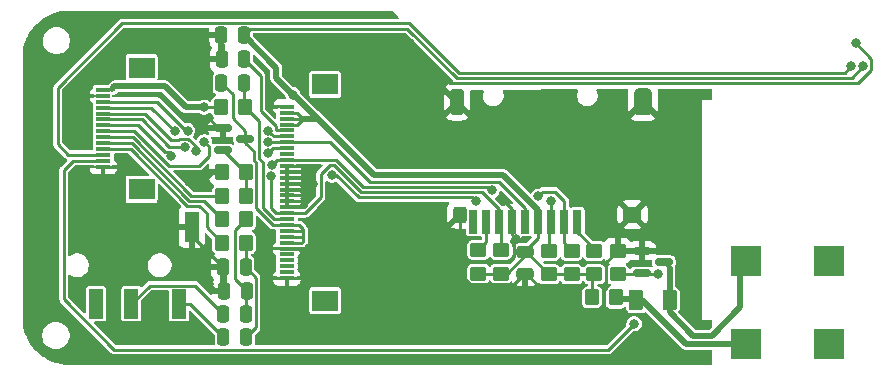
<source format=gbr>
%TF.GenerationSoftware,KiCad,Pcbnew,8.0.7-8.0.7-0~ubuntu22.04.1*%
%TF.CreationDate,2024-12-28T00:37:12+00:00*%
%TF.ProjectId,numcalcium,6e756d63-616c-4636-9975-6d2e6b696361,rev?*%
%TF.SameCoordinates,Original*%
%TF.FileFunction,Copper,L2,Bot*%
%TF.FilePolarity,Positive*%
%FSLAX46Y46*%
G04 Gerber Fmt 4.6, Leading zero omitted, Abs format (unit mm)*
G04 Created by KiCad (PCBNEW 8.0.7-8.0.7-0~ubuntu22.04.1) date 2024-12-28 00:37:12*
%MOMM*%
%LPD*%
G01*
G04 APERTURE LIST*
G04 Aperture macros list*
%AMRoundRect*
0 Rectangle with rounded corners*
0 $1 Rounding radius*
0 $2 $3 $4 $5 $6 $7 $8 $9 X,Y pos of 4 corners*
0 Add a 4 corners polygon primitive as box body*
4,1,4,$2,$3,$4,$5,$6,$7,$8,$9,$2,$3,0*
0 Add four circle primitives for the rounded corners*
1,1,$1+$1,$2,$3*
1,1,$1+$1,$4,$5*
1,1,$1+$1,$6,$7*
1,1,$1+$1,$8,$9*
0 Add four rect primitives between the rounded corners*
20,1,$1+$1,$2,$3,$4,$5,0*
20,1,$1+$1,$4,$5,$6,$7,0*
20,1,$1+$1,$6,$7,$8,$9,0*
20,1,$1+$1,$8,$9,$2,$3,0*%
G04 Aperture macros list end*
%TA.AperFunction,SMDPad,CuDef*%
%ADD10RoundRect,0.250000X0.250000X0.475000X-0.250000X0.475000X-0.250000X-0.475000X0.250000X-0.475000X0*%
%TD*%
%TA.AperFunction,SMDPad,CuDef*%
%ADD11RoundRect,0.250000X0.350000X0.450000X-0.350000X0.450000X-0.350000X-0.450000X0.350000X-0.450000X0*%
%TD*%
%TA.AperFunction,SMDPad,CuDef*%
%ADD12RoundRect,0.250000X0.450000X-0.350000X0.450000X0.350000X-0.450000X0.350000X-0.450000X-0.350000X0*%
%TD*%
%TA.AperFunction,SMDPad,CuDef*%
%ADD13RoundRect,0.150000X-0.587500X-0.150000X0.587500X-0.150000X0.587500X0.150000X-0.587500X0.150000X0*%
%TD*%
%TA.AperFunction,SMDPad,CuDef*%
%ADD14R,1.300000X0.300000*%
%TD*%
%TA.AperFunction,SMDPad,CuDef*%
%ADD15R,2.200000X1.800000*%
%TD*%
%TA.AperFunction,SMDPad,CuDef*%
%ADD16RoundRect,0.250000X-0.350000X-0.450000X0.350000X-0.450000X0.350000X0.450000X-0.350000X0.450000X0*%
%TD*%
%TA.AperFunction,SMDPad,CuDef*%
%ADD17RoundRect,0.250000X-0.250000X-0.475000X0.250000X-0.475000X0.250000X0.475000X-0.250000X0.475000X0*%
%TD*%
%TA.AperFunction,SMDPad,CuDef*%
%ADD18R,0.700000X2.000000*%
%TD*%
%TA.AperFunction,SMDPad,CuDef*%
%ADD19RoundRect,0.300000X0.300000X0.800000X-0.300000X0.800000X-0.300000X-0.800000X0.300000X-0.800000X0*%
%TD*%
%TA.AperFunction,SMDPad,CuDef*%
%ADD20RoundRect,0.300000X-0.300000X-0.400000X0.300000X-0.400000X0.300000X0.400000X-0.300000X0.400000X0*%
%TD*%
%TA.AperFunction,SMDPad,CuDef*%
%ADD21RoundRect,0.350000X-0.450000X-0.350000X0.450000X-0.350000X0.450000X0.350000X-0.450000X0.350000X0*%
%TD*%
%TA.AperFunction,SMDPad,CuDef*%
%ADD22RoundRect,0.381000X-0.381000X0.762000X-0.381000X-0.762000X0.381000X-0.762000X0.381000X0.762000X0*%
%TD*%
%TA.AperFunction,SMDPad,CuDef*%
%ADD23R,2.500000X2.500000*%
%TD*%
%TA.AperFunction,SMDPad,CuDef*%
%ADD24RoundRect,0.250000X-0.475000X0.250000X-0.475000X-0.250000X0.475000X-0.250000X0.475000X0.250000X0*%
%TD*%
%TA.AperFunction,SMDPad,CuDef*%
%ADD25RoundRect,0.250000X-0.375000X-0.625000X0.375000X-0.625000X0.375000X0.625000X-0.375000X0.625000X0*%
%TD*%
%TA.AperFunction,SMDPad,CuDef*%
%ADD26R,1.200000X2.500000*%
%TD*%
%TA.AperFunction,ViaPad*%
%ADD27C,0.800000*%
%TD*%
%TA.AperFunction,Conductor*%
%ADD28C,0.250000*%
%TD*%
%TA.AperFunction,Conductor*%
%ADD29C,0.500000*%
%TD*%
G04 APERTURE END LIST*
D10*
%TO.P,C11,1*%
%TO.N,/Front/LCD_RST*%
X19015392Y28641001D03*
%TO.P,C11,2*%
%TO.N,GND*%
X17115392Y28641001D03*
%TD*%
D11*
%TO.P,R13,1*%
%TO.N,Net-(C13-Pad2)*%
X19145792Y15083801D03*
%TO.P,R13,2*%
%TO.N,/Front/A_R1*%
X17145792Y15083801D03*
%TD*%
D12*
%TO.P,R21,1*%
%TO.N,/Front/VDD*%
X38831392Y10494801D03*
%TO.P,R21,2*%
%TO.N,Net-(J12-DAT1)*%
X38831392Y12494801D03*
%TD*%
D13*
%TO.P,Q8,1,G*%
%TO.N,/Front/BUZZER*%
X52660992Y10533001D03*
%TO.P,Q8,2,S*%
%TO.N,GND*%
X52660992Y12433001D03*
%TO.P,Q8,3,D*%
%TO.N,Net-(BZ1--)*%
X54535992Y11483001D03*
%TD*%
D14*
%TO.P,J5,1,Pin_1*%
%TO.N,/Front/VDD*%
X7065392Y26041001D03*
%TO.P,J5,2,Pin_2*%
%TO.N,GND*%
X7065392Y25541001D03*
%TO.P,J5,3,Pin_3*%
%TO.N,/Front/LCD_CS*%
X7065392Y25041001D03*
%TO.P,J5,4,Pin_4*%
%TO.N,/Front/MISO*%
X7065392Y24541001D03*
%TO.P,J5,5,Pin_5*%
%TO.N,/Front/MOSI*%
X7065392Y24041001D03*
%TO.P,J5,6,Pin_6*%
%TO.N,/Front/CK*%
X7065392Y23541001D03*
%TO.P,J5,7,Pin_7*%
%TO.N,/Front/SD_CS*%
X7065392Y23041001D03*
%TO.P,J5,8,Pin_8*%
%TO.N,/Front/LCD_DC*%
X7065392Y22541001D03*
%TO.P,J5,9,Pin_9*%
%TO.N,/Front/LCD_LED*%
X7065392Y22041001D03*
%TO.P,J5,10,Pin_10*%
%TO.N,/Front/A_R1*%
X7065392Y21541001D03*
%TO.P,J5,11,Pin_11*%
%TO.N,/Front/A_T*%
X7065392Y21041001D03*
%TO.P,J5,12,Pin_12*%
%TO.N,/Front/LED*%
X7065392Y20541001D03*
%TO.P,J5,13,Pin_13*%
%TO.N,/Front/BUZZER*%
X7065392Y20041001D03*
%TO.P,J5,14,Pin_14*%
%TO.N,GND*%
X7065392Y19541001D03*
D15*
%TO.P,J5,GND*%
%TO.N,N/C*%
X10315392Y27941001D03*
X10315392Y17641001D03*
%TD*%
D12*
%TO.P,R22,1*%
%TO.N,/Front/VDD*%
X40736392Y10494801D03*
%TO.P,R22,2*%
%TO.N,/Front/MISO*%
X40736392Y12494801D03*
%TD*%
D14*
%TO.P,J4,1,Pin_1*%
%TO.N,GND*%
X22623392Y24611801D03*
%TO.P,J4,2,Pin_2*%
%TO.N,/Front/VDD*%
X22623392Y24111801D03*
%TO.P,J4,3,Pin_3*%
X22623392Y23611801D03*
%TO.P,J4,4,Pin_4*%
X22623392Y23111801D03*
%TO.P,J4,5,Pin_5*%
%TO.N,/Front/LCD_RST*%
X22623392Y22611801D03*
%TO.P,J4,6,Pin_6*%
%TO.N,/Front/LCD_CS*%
X22623392Y22111801D03*
%TO.P,J4,7,Pin_7*%
%TO.N,/Front/CK*%
X22623392Y21611801D03*
%TO.P,J4,8,Pin_8*%
%TO.N,/Front/LCD_DC*%
X22623392Y21111801D03*
%TO.P,J4,9,Pin_9*%
%TO.N,unconnected-(J4-Pin_9-Pad9)*%
X22623392Y20611801D03*
%TO.P,J4,10,Pin_10*%
%TO.N,/Front/MOSI*%
X22623392Y20111801D03*
%TO.P,J4,11,Pin_11*%
%TO.N,GND*%
X22623392Y19611801D03*
%TO.P,J4,12,Pin_12*%
X22623392Y19111801D03*
%TO.P,J4,13,Pin_13*%
X22623392Y18611801D03*
%TO.P,J4,14,Pin_14*%
X22623392Y18111801D03*
%TO.P,J4,15,Pin_15*%
X22623392Y17611801D03*
%TO.P,J4,16,Pin_16*%
X22623392Y17111801D03*
%TO.P,J4,17,Pin_17*%
X22623392Y16611801D03*
%TO.P,J4,18,Pin_18*%
X22623392Y16111801D03*
%TO.P,J4,19,Pin_19*%
%TO.N,/Front/MISO*%
X22623392Y15611801D03*
%TO.P,J4,20,Pin_20*%
%TO.N,Net-(J4-Pin_20)*%
X22623392Y15111801D03*
%TO.P,J4,21,Pin_21*%
%TO.N,Net-(J4-Pin_21)*%
X22623392Y14611801D03*
%TO.P,J4,22,Pin_22*%
X22623392Y14111801D03*
%TO.P,J4,23,Pin_23*%
X22623392Y13611801D03*
%TO.P,J4,24,Pin_24*%
X22623392Y13111801D03*
%TO.P,J4,25,Pin_25*%
%TO.N,GND*%
X22623392Y12611801D03*
%TO.P,J4,26,Pin_26*%
%TO.N,unconnected-(J4-Pin_26-Pad26)*%
X22623392Y12111801D03*
%TO.P,J4,27,Pin_27*%
%TO.N,unconnected-(J4-Pin_27-Pad27)*%
X22623392Y11611801D03*
%TO.P,J4,28,Pin_28*%
%TO.N,unconnected-(J4-Pin_28-Pad28)*%
X22623392Y11111801D03*
%TO.P,J4,29,Pin_29*%
%TO.N,unconnected-(J4-Pin_29-Pad29)*%
X22623392Y10611801D03*
%TO.P,J4,30,Pin_30*%
%TO.N,GND*%
X22623392Y10111801D03*
D15*
%TO.P,J4,GND*%
%TO.N,N/C*%
X25873392Y26511801D03*
X25873392Y8211801D03*
%TD*%
D12*
%TO.P,R23,1*%
%TO.N,/Front/VDD*%
X44815392Y10441001D03*
%TO.P,R23,2*%
%TO.N,/Front/MOSI*%
X44815392Y12441001D03*
%TD*%
%TO.P,R27,1*%
%TO.N,/Front/BUZZER*%
X50615392Y10441001D03*
%TO.P,R27,2*%
%TO.N,GND*%
X50615392Y12441001D03*
%TD*%
D16*
%TO.P,R20,1*%
%TO.N,/Front/LCD_LED*%
X17129792Y17051801D03*
%TO.P,R20,2*%
%TO.N,Net-(Q9-G)*%
X19129792Y17051801D03*
%TD*%
D17*
%TO.P,C12,1*%
%TO.N,Net-(C12-Pad1)*%
X17245792Y5083801D03*
%TO.P,C12,2*%
%TO.N,Net-(C12-Pad2)*%
X19145792Y5083801D03*
%TD*%
D11*
%TO.P,R11,1*%
%TO.N,Net-(C12-Pad2)*%
X19145792Y13083801D03*
%TO.P,R11,2*%
%TO.N,/Front/A_T*%
X17145792Y13083801D03*
%TD*%
D18*
%TO.P,J12,1,DAT2*%
%TO.N,Net-(J12-DAT2)*%
X47215392Y14891001D03*
%TO.P,J12,2,DAT3/CD*%
%TO.N,/Front/SD_CS*%
X46115392Y14891001D03*
%TO.P,J12,3,CMD*%
%TO.N,/Front/MOSI*%
X45015392Y14891001D03*
%TO.P,J12,4,VDD*%
%TO.N,/Front/VDD*%
X43915392Y14891001D03*
%TO.P,J12,5,CLK*%
%TO.N,/Front/CK*%
X42815392Y14891001D03*
%TO.P,J12,6,VSS*%
%TO.N,GND*%
X41715392Y14891001D03*
%TO.P,J12,7,DAT0*%
%TO.N,/Front/MISO*%
X40615392Y14891001D03*
%TO.P,J12,8,DAT1*%
%TO.N,Net-(J12-DAT1)*%
X39515392Y14891001D03*
%TO.P,J12,9,DET_B*%
%TO.N,/Front/SD_DET*%
X38415392Y14891001D03*
D19*
%TO.P,J12,11,SHIELD*%
%TO.N,GND*%
X37015392Y25041001D03*
D20*
X37265392Y15495801D03*
D21*
X51865392Y15495801D03*
D22*
X52765392Y25041001D03*
%TD*%
D12*
%TO.P,R24,1*%
%TO.N,/Front/VDD*%
X46720392Y10444984D03*
%TO.P,R24,2*%
%TO.N,/Front/SD_CS*%
X46720392Y12444984D03*
%TD*%
D11*
%TO.P,R19,1*%
%TO.N,Net-(J4-Pin_20)*%
X19044992Y24577001D03*
%TO.P,R19,2*%
%TO.N,/Front/VDD*%
X17044992Y24577001D03*
%TD*%
D17*
%TO.P,C9,1*%
%TO.N,Net-(J4-Pin_21)*%
X17079792Y26609001D03*
%TO.P,C9,2*%
%TO.N,Net-(J4-Pin_20)*%
X18979792Y26609001D03*
%TD*%
D23*
%TO.P,BZ1,1,+*%
%TO.N,Net-(BZ1-+)*%
X61515392Y4527401D03*
%TO.P,BZ1,2,-*%
%TO.N,Net-(BZ1--)*%
X61515392Y11527401D03*
%TO.P,BZ1,3*%
%TO.N,N/C*%
X68515392Y11527401D03*
%TO.P,BZ1,4*%
X68515392Y4527401D03*
%TD*%
D24*
%TO.P,C15,1*%
%TO.N,/Front/VDD*%
X42815392Y12341001D03*
%TO.P,C15,2*%
%TO.N,GND*%
X42815392Y10441001D03*
%TD*%
D17*
%TO.P,C21,1*%
%TO.N,GND*%
X17215392Y11041001D03*
%TO.P,C21,2*%
%TO.N,Net-(C12-Pad2)*%
X19115392Y11041001D03*
%TD*%
%TO.P,C20,1*%
%TO.N,GND*%
X17315392Y9041001D03*
%TO.P,C20,2*%
%TO.N,Net-(C13-Pad2)*%
X19215392Y9041001D03*
%TD*%
D12*
%TO.P,R25,1*%
%TO.N,/Front/VDD*%
X48625392Y10441001D03*
%TO.P,R25,2*%
%TO.N,Net-(J12-DAT2)*%
X48625392Y12441001D03*
%TD*%
D11*
%TO.P,R18,1*%
%TO.N,Net-(Q9-G)*%
X19145792Y19083801D03*
%TO.P,R18,2*%
%TO.N,GND*%
X17145792Y19083801D03*
%TD*%
D17*
%TO.P,C13,1*%
%TO.N,Net-(C13-Pad1)*%
X17245792Y7083801D03*
%TO.P,C13,2*%
%TO.N,Net-(C13-Pad2)*%
X19145792Y7083801D03*
%TD*%
D10*
%TO.P,C10,1*%
%TO.N,/Front/VDD*%
X18964592Y30673001D03*
%TO.P,C10,2*%
%TO.N,GND*%
X17064592Y30673001D03*
%TD*%
D13*
%TO.P,Q9,1,G*%
%TO.N,Net-(Q9-G)*%
X17206392Y20934601D03*
%TO.P,Q9,2,S*%
%TO.N,GND*%
X17206392Y22834601D03*
%TO.P,Q9,3,D*%
%TO.N,Net-(J4-Pin_21)*%
X19081392Y21884601D03*
%TD*%
D25*
%TO.P,D27,1,K*%
%TO.N,Net-(BZ1-+)*%
X52215392Y8241001D03*
%TO.P,D27,2,A*%
%TO.N,Net-(BZ1--)*%
X55015392Y8241001D03*
%TD*%
D11*
%TO.P,R2,1*%
%TO.N,Net-(BZ1-+)*%
X50466192Y8472601D03*
%TO.P,R2,2*%
%TO.N,/Front/VDD*%
X48466192Y8472601D03*
%TD*%
D26*
%TO.P,J9,R1*%
%TO.N,Net-(C13-Pad1)*%
X9456592Y7946001D03*
%TO.P,J9,R2*%
%TO.N,unconnected-(J9-PadR2)*%
X6456592Y7946001D03*
%TO.P,J9,S*%
%TO.N,GND*%
X14556592Y14446001D03*
%TO.P,J9,T*%
%TO.N,Net-(C12-Pad1)*%
X13456592Y7946001D03*
%TD*%
D27*
%TO.N,GND*%
X15815392Y28641001D03*
X8715392Y19441001D03*
%TO.N,/Front/VDD*%
X15615392Y24577001D03*
%TO.N,/Front/SD_CS*%
X38615392Y16641001D03*
%TO.N,/Front/VDD*%
X23115392Y25641001D03*
%TO.N,GND*%
X24815392Y18041001D03*
%TO.N,/Front/LCD_DC*%
X15623882Y21651797D03*
%TO.N,GND*%
X16015392Y9641001D03*
%TO.N,/Front/LCD_CS*%
X14215392Y22595370D03*
%TO.N,GND*%
X14415392Y12241001D03*
X33015392Y30041001D03*
%TO.N,/Front/BUZZER*%
X54015392Y10441001D03*
%TO.N,GND*%
X24815392Y10141001D03*
%TO.N,/Front/VDD*%
X71427392Y28041001D03*
%TO.N,GND*%
X15515392Y18241001D03*
X15615392Y11041001D03*
X14315392Y18241001D03*
X24815392Y11241001D03*
X21215392Y24641001D03*
X24815392Y12341001D03*
X16015392Y23641001D03*
%TO.N,/Front/SD_CS*%
X43915392Y17041001D03*
%TO.N,/Front/CK*%
X21015392Y21641001D03*
%TO.N,GND*%
X12615392Y14441001D03*
X42015392Y13441001D03*
X41015392Y16641001D03*
X70825211Y29990794D03*
%TO.N,/Front/LED*%
X70415392Y28041001D03*
%TO.N,/Front/MISO*%
X21300392Y18735549D03*
%TO.N,/Front/LCD_DC*%
X21015392Y20680998D03*
%TO.N,/Front/MISO*%
X13161814Y22525844D03*
%TO.N,/Front/CK*%
X13999761Y21225370D03*
%TO.N,/Front/MOSI*%
X39979127Y17546001D03*
X21336465Y19694874D03*
X14901923Y20897185D03*
X45015392Y16641001D03*
%TO.N,/Front/LCD_CS*%
X21007603Y22600972D03*
%TO.N,/Front/SD_CS*%
X12815392Y20441001D03*
X26415392Y18841001D03*
%TO.N,/Front/BUZZER*%
X52015392Y6241001D03*
%TD*%
D28*
%TO.N,/Front/A_T*%
X15815392Y14414201D02*
X17145792Y13083801D01*
X15815392Y15607201D02*
X15815392Y14414201D01*
X7065392Y21041001D02*
X9386999Y21041001D01*
X14197000Y16231000D02*
X14197001Y16231001D01*
X9386999Y21041001D02*
X14197000Y16231000D01*
%TO.N,/Front/LCD_RST*%
X21688392Y22676801D02*
X21753392Y22611801D01*
X20415392Y27241001D02*
X20415392Y24241001D01*
D29*
%TO.N,/Front/VDD*%
X43915392Y15841001D02*
X43915392Y15711001D01*
D28*
X22623392Y23611801D02*
X24015392Y23611801D01*
X23515392Y24111801D02*
X22623392Y24111801D01*
X23515392Y23111801D02*
X24015392Y23611801D01*
X44815392Y10441001D02*
X48625392Y10441001D01*
X42815392Y12441001D02*
X43915392Y13541001D01*
X43915392Y13541001D02*
X43915392Y14891001D01*
D29*
X14079392Y24577001D02*
X12315392Y26341001D01*
X40875400Y18880993D02*
X43915392Y15841001D01*
D28*
X42815392Y12441001D02*
X44815392Y10441001D01*
%TO.N,Net-(J12-DAT1)*%
X38831392Y12494801D02*
X39515392Y13178801D01*
D29*
%TO.N,/Front/VDD*%
X23115392Y25641001D02*
X21715392Y27041001D01*
D28*
%TO.N,Net-(Q9-G)*%
X19145792Y19083801D02*
X19145792Y17067801D01*
%TO.N,/Front/MOSI*%
X21336465Y19694874D02*
X21753392Y20111801D01*
X13515077Y21910370D02*
X13445551Y21840844D01*
%TO.N,Net-(J4-Pin_20)*%
X21554592Y15111801D02*
X20615392Y16051001D01*
X22623392Y15111801D02*
X21554592Y15111801D01*
%TO.N,Net-(BZ1-+)*%
X50466192Y8472601D02*
X50466192Y8072601D01*
%TO.N,Net-(J4-Pin_20)*%
X18979792Y26609001D02*
X18979792Y24642201D01*
D29*
%TO.N,Net-(BZ1-+)*%
X50466192Y8472601D02*
X50597792Y8341001D01*
D28*
%TO.N,Net-(J4-Pin_20)*%
X20615392Y19841001D02*
X20215392Y20241001D01*
%TO.N,Net-(BZ1-+)*%
X52215392Y8241001D02*
X52715392Y8241001D01*
%TO.N,Net-(J4-Pin_21)*%
X18015392Y25673401D02*
X17079792Y26609001D01*
%TO.N,GND*%
X37265392Y15495801D02*
X37265392Y11641001D01*
%TO.N,Net-(J4-Pin_21)*%
X19081392Y21575001D02*
X19805392Y20851001D01*
%TO.N,GND*%
X24015392Y11241001D02*
X24815392Y11241001D01*
%TO.N,Net-(J4-Pin_21)*%
X22623392Y14111801D02*
X23944592Y14111801D01*
%TO.N,GND*%
X38152860Y9609801D02*
X41884192Y9609801D01*
%TO.N,Net-(J4-Pin_21)*%
X19081392Y21884601D02*
X19081392Y22575001D01*
%TO.N,GND*%
X16015392Y23641001D02*
X16821792Y22834601D01*
%TO.N,Net-(J4-Pin_21)*%
X19805392Y20851001D02*
X19805392Y20071173D01*
%TO.N,GND*%
X24215392Y19441001D02*
X24215392Y19041001D01*
%TO.N,/Front/SD_CS*%
X43915392Y17041001D02*
X44315392Y17441001D01*
%TO.N,Net-(J4-Pin_21)*%
X22623392Y13611801D02*
X23986192Y13611801D01*
X19805392Y20071173D02*
X20030792Y19845773D01*
%TO.N,GND*%
X50615392Y12441001D02*
X50615392Y14245801D01*
%TO.N,Net-(J4-Pin_21)*%
X24015392Y13241001D02*
X24015392Y13641001D01*
X18015392Y23641001D02*
X18015392Y25673401D01*
%TO.N,GND*%
X41805392Y13231001D02*
X41805392Y11931001D01*
%TO.N,Net-(J4-Pin_21)*%
X23944592Y14111801D02*
X24015392Y14041001D01*
%TO.N,GND*%
X17315392Y10941001D02*
X17215392Y11041001D01*
%TO.N,Net-(J4-Pin_21)*%
X23644592Y14611801D02*
X22623392Y14611801D01*
X21444592Y14611801D02*
X22623392Y14611801D01*
X20030792Y19845773D02*
X20030792Y16025601D01*
%TO.N,Net-(J12-DAT2)*%
X47215392Y14041001D02*
X48625392Y12631001D01*
X47215392Y14891001D02*
X47215392Y14041001D01*
%TO.N,/Front/A_T*%
X14197001Y16231001D02*
X15191592Y16231001D01*
%TO.N,Net-(J12-DAT2)*%
X48625392Y12631001D02*
X48625392Y12441001D01*
%TO.N,Net-(J4-Pin_21)*%
X24015392Y14241001D02*
X23644592Y14611801D01*
%TO.N,GND*%
X42815392Y10541001D02*
X45868792Y7487601D01*
%TO.N,/Front/SD_CS*%
X45315392Y17441001D02*
X46115392Y16641001D01*
%TO.N,/Front/BUZZER*%
X3731592Y8324801D02*
X3731592Y19257201D01*
D29*
%TO.N,Net-(BZ1--)*%
X57015392Y5241001D02*
X55015392Y7241001D01*
D28*
%TO.N,Net-(J4-Pin_21)*%
X19081392Y22575001D02*
X18015392Y23641001D01*
%TO.N,/Front/SD_CS*%
X38315392Y16941001D02*
X28715392Y16941001D01*
%TO.N,/Front/BUZZER*%
X49815392Y4041001D02*
X8015392Y4041001D01*
D29*
%TO.N,Net-(BZ1--)*%
X58615392Y5241001D02*
X57015392Y5241001D01*
X61015392Y7641001D02*
X58615392Y5241001D01*
X61515392Y11527401D02*
X61015392Y11027401D01*
X55015392Y11003601D02*
X55015392Y7841001D01*
D28*
%TO.N,GND*%
X52652992Y12441001D02*
X52660992Y12433001D01*
X70996129Y26641001D02*
X36415392Y26641001D01*
%TO.N,Net-(J4-Pin_21)*%
X24015392Y13641001D02*
X24015392Y14041001D01*
%TO.N,Net-(J4-Pin_20)*%
X20215392Y20241001D02*
X20215392Y23406601D01*
%TO.N,GND*%
X24186192Y18611801D02*
X24215392Y18641001D01*
%TO.N,Net-(J4-Pin_21)*%
X19081392Y21884601D02*
X19081392Y21575001D01*
%TO.N,GND*%
X24186192Y16611801D02*
X24215392Y16641001D01*
%TO.N,Net-(J4-Pin_21)*%
X23886192Y13111801D02*
X24015392Y13241001D01*
%TO.N,/Front/LCD_RST*%
X19015392Y28641001D02*
X20415392Y27241001D01*
%TO.N,GND*%
X72112392Y28703613D02*
X72112392Y27757264D01*
%TO.N,/Front/LCD_RST*%
X21753392Y22611801D02*
X22623392Y22611801D01*
%TO.N,GND*%
X16615392Y9041001D02*
X16015392Y9641001D01*
%TO.N,/Front/VDD*%
X70437392Y27051001D02*
X37005392Y27051001D01*
%TO.N,GND*%
X42015392Y13441001D02*
X41715392Y13741001D01*
%TO.N,/Front/VDD*%
X48466192Y8072601D02*
X48466192Y10281801D01*
%TO.N,GND*%
X17206392Y19144401D02*
X17145792Y19083801D01*
D29*
%TO.N,/Front/VDD*%
X29975400Y18880993D02*
X40875400Y18880993D01*
D28*
%TO.N,GND*%
X22623392Y17111801D02*
X24144592Y17111801D01*
%TO.N,/Front/VDD*%
X71427392Y28041001D02*
X70437392Y27051001D01*
%TO.N,GND*%
X22623392Y18111801D02*
X24144592Y18111801D01*
%TO.N,/Front/VDD*%
X40736392Y10494801D02*
X41269192Y10494801D01*
%TO.N,GND*%
X22623392Y18611801D02*
X24186192Y18611801D01*
%TO.N,/Front/VDD*%
X41269192Y10494801D02*
X42815392Y12041001D01*
%TO.N,GND*%
X50615392Y14245801D02*
X51865392Y15495801D01*
D29*
%TO.N,/Front/VDD*%
X24015392Y23611801D02*
X25244592Y23611801D01*
D28*
%TO.N,GND*%
X24215392Y16641001D02*
X24215392Y16241001D01*
D29*
%TO.N,/Front/VDD*%
X12315392Y26341001D02*
X8015392Y26341001D01*
D28*
%TO.N,GND*%
X24086192Y16111801D02*
X22623392Y16111801D01*
%TO.N,/Front/VDD*%
X22623392Y23111801D02*
X23515392Y23111801D01*
%TO.N,GND*%
X24144592Y17111801D02*
X24215392Y17041001D01*
%TO.N,/Front/LCD_LED*%
X9546655Y22041001D02*
X7065392Y22041001D01*
%TO.N,GND*%
X17215392Y11041001D02*
X14556592Y13699801D01*
%TO.N,/Front/BUZZER*%
X52568992Y10441001D02*
X52660992Y10533001D01*
%TO.N,/Front/VDD*%
X37005392Y27051001D02*
X32815392Y31241001D01*
%TO.N,GND*%
X37265392Y10497269D02*
X38152860Y9609801D01*
%TO.N,/Front/LED*%
X3215392Y26241001D02*
X3215392Y21441001D01*
%TO.N,/Front/VDD*%
X32815392Y31241001D02*
X19532592Y31241001D01*
%TO.N,GND*%
X45868792Y7487601D02*
X49061992Y7487601D01*
%TO.N,/Front/SD_CS*%
X38615392Y16641001D02*
X38315392Y16941001D01*
%TO.N,GND*%
X8615392Y19541001D02*
X8715392Y19441001D01*
X7065392Y19541001D02*
X8615392Y19541001D01*
X41884192Y9609801D02*
X42815392Y10541001D01*
%TO.N,/Front/LED*%
X8657392Y31683001D02*
X3215392Y26241001D01*
%TO.N,Net-(J4-Pin_21)*%
X23986192Y13611801D02*
X24015392Y13641001D01*
%TO.N,GND*%
X24215392Y18041001D02*
X24815392Y18041001D01*
D29*
%TO.N,/Front/VDD*%
X25244592Y23611801D02*
X29975400Y18880993D01*
D28*
%TO.N,GND*%
X24015392Y12241001D02*
X23644592Y12611801D01*
X36415392Y26641001D02*
X33015392Y30041001D01*
%TO.N,Net-(J4-Pin_20)*%
X20215392Y23406601D02*
X19044992Y24577001D01*
D29*
%TO.N,Net-(BZ1-+)*%
X56428992Y4527401D02*
X61515392Y4527401D01*
D28*
%TO.N,/Front/A_T*%
X15191592Y16231001D02*
X15815392Y15607201D01*
%TO.N,GND*%
X70825211Y29990794D02*
X72112392Y28703613D01*
%TO.N,/Front/LCD_CS*%
X11615392Y25041001D02*
X7065392Y25041001D01*
%TO.N,GND*%
X16358192Y19083801D02*
X17145792Y19083801D01*
%TO.N,/Front/LCD_RST*%
X21688392Y22968001D02*
X21688392Y22676801D01*
%TO.N,Net-(J4-Pin_20)*%
X20615392Y16051001D02*
X20615392Y19841001D01*
D29*
%TO.N,Net-(BZ1-+)*%
X51715392Y8341001D02*
X52215392Y7841001D01*
D28*
%TO.N,/Front/LCD_DC*%
X21290395Y20956001D02*
X21299129Y20956001D01*
%TO.N,GND*%
X17115392Y28641001D02*
X15815392Y28641001D01*
X72112392Y27757264D02*
X70996129Y26641001D01*
X41715392Y14891001D02*
X41715392Y15941001D01*
%TO.N,/Front/MISO*%
X22623392Y15611801D02*
X21723392Y15611801D01*
%TO.N,Net-(J4-Pin_21)*%
X22623392Y13111801D02*
X23886192Y13111801D01*
%TO.N,Net-(C13-Pad2)*%
X19145792Y8971401D02*
X19215392Y9041001D01*
%TO.N,/Front/A_R1*%
X9466827Y21541001D02*
X14366827Y16641001D01*
%TO.N,GND*%
X24215392Y19041001D02*
X24215392Y18641001D01*
%TO.N,/Front/BUZZER*%
X8015392Y4041001D02*
X3731592Y8324801D01*
%TO.N,GND*%
X17315392Y9041001D02*
X17315392Y10941001D01*
X23886192Y10111801D02*
X24015392Y10241001D01*
%TO.N,/Front/VDD*%
X38831392Y10494801D02*
X40736392Y10494801D01*
%TO.N,Net-(J12-DAT1)*%
X39515392Y13178801D02*
X39515392Y14891001D01*
%TO.N,/Front/VDD*%
X15615392Y24577001D02*
X17044992Y24577001D01*
%TO.N,GND*%
X37365392Y11541001D02*
X37265392Y11641001D01*
D29*
%TO.N,/Front/VDD*%
X23215392Y25641001D02*
X25244592Y23611801D01*
X8015392Y26341001D02*
X7775392Y26101001D01*
D28*
%TO.N,GND*%
X49415392Y8985333D02*
X49615392Y9185333D01*
%TO.N,Net-(J4-Pin_20)*%
X18979792Y24642201D02*
X19044992Y24577001D01*
D29*
%TO.N,/Front/VDD*%
X21715392Y27041001D02*
X21715392Y27922201D01*
D28*
%TO.N,Net-(Q9-G)*%
X19057192Y19083801D02*
X19145792Y19083801D01*
%TO.N,/Front/LCD_RST*%
X20415392Y24241001D02*
X21688392Y22968001D01*
D29*
%TO.N,/Front/VDD*%
X21715392Y27922201D02*
X18964592Y30673001D01*
D28*
%TO.N,GND*%
X42015392Y13441001D02*
X41805392Y13231001D01*
%TO.N,/Front/SD_CS*%
X7065392Y23041001D02*
X10035564Y23041001D01*
%TO.N,GND*%
X50615392Y12441001D02*
X52652992Y12441001D01*
%TO.N,/Front/SD_CS*%
X26815392Y18841001D02*
X26415392Y18841001D01*
%TO.N,/Front/VDD*%
X19532592Y31241001D02*
X18964592Y30673001D01*
%TO.N,GND*%
X14556592Y12382201D02*
X14415392Y12241001D01*
X24215392Y16241001D02*
X24086192Y16111801D01*
%TO.N,/Front/A_R1*%
X14366827Y16641001D02*
X15588592Y16641001D01*
%TO.N,/Front/CK*%
X42815392Y16009738D02*
X40594129Y18231001D01*
X42815392Y14891001D02*
X42815392Y16009738D01*
D29*
%TO.N,Net-(BZ1-+)*%
X52715392Y8241001D02*
X56428992Y4527401D01*
D28*
%TO.N,/Front/VDD*%
X43915392Y15711001D02*
X43915392Y14891001D01*
X42815392Y12041001D02*
X42815392Y12441001D01*
%TO.N,GND*%
X49615392Y9185333D02*
X49615392Y11441001D01*
X17315392Y9041001D02*
X16615392Y9041001D01*
D29*
%TO.N,/Front/VDD*%
X15615392Y24577001D02*
X14079392Y24577001D01*
D28*
%TO.N,Net-(J4-Pin_21)*%
X24015392Y14041001D02*
X24015392Y14241001D01*
%TO.N,/Front/SD_CS*%
X46115392Y14891001D02*
X46115392Y13049984D01*
%TO.N,GND*%
X23644592Y12611801D02*
X22623392Y12611801D01*
%TO.N,/Front/VDD*%
X23115392Y25641001D02*
X23215392Y25641001D01*
%TO.N,/Front/MISO*%
X39145392Y17411001D02*
X28865564Y17411001D01*
%TO.N,Net-(BZ1--)*%
X54535992Y11483001D02*
X55015392Y11003601D01*
%TO.N,GND*%
X24015392Y11241001D02*
X24015392Y12241001D01*
%TO.N,/Front/BUZZER*%
X54015392Y10441001D02*
X52752992Y10441001D01*
D29*
%TO.N,Net-(BZ1--)*%
X61015392Y11027401D02*
X61015392Y7641001D01*
D28*
%TO.N,Net-(J4-Pin_21)*%
X20030792Y16025601D02*
X21444592Y14611801D01*
%TO.N,GND*%
X22594192Y24641001D02*
X22623392Y24611801D01*
%TO.N,/Front/VDD*%
X48466192Y10281801D02*
X48625392Y10441001D01*
%TO.N,GND*%
X22623392Y10111801D02*
X23886192Y10111801D01*
X15515392Y18241001D02*
X16358192Y19083801D01*
%TO.N,/Front/LCD_CS*%
X21282574Y22326001D02*
X21299129Y22326001D01*
%TO.N,GND*%
X17064592Y30673001D02*
X17064592Y28691801D01*
D29*
%TO.N,Net-(BZ1--)*%
X55015392Y7241001D02*
X55015392Y8241001D01*
D28*
%TO.N,GND*%
X24215392Y17641001D02*
X24215392Y17041001D01*
%TO.N,/Front/BUZZER*%
X4515392Y20041001D02*
X7065392Y20041001D01*
%TO.N,GND*%
X41415392Y11541001D02*
X37365392Y11541001D01*
%TO.N,/Front/BUZZER*%
X3731592Y19257201D02*
X4515392Y20041001D01*
%TO.N,GND*%
X49061992Y7487601D02*
X49415392Y7841001D01*
%TO.N,/Front/BUZZER*%
X52015392Y6241001D02*
X49815392Y4041001D01*
%TO.N,GND*%
X14556592Y14446001D02*
X14556592Y12382201D01*
%TO.N,/Front/LCD_CS*%
X21513329Y22111801D02*
X22623392Y22111801D01*
%TO.N,GND*%
X22623392Y19111801D02*
X24144592Y19111801D01*
X22623392Y19611801D02*
X24044592Y19611801D01*
%TO.N,/Front/LCD_CS*%
X21299129Y22326001D02*
X21513329Y22111801D01*
%TO.N,GND*%
X24144592Y18111801D02*
X24215392Y18041001D01*
X24215392Y17041001D02*
X24215392Y16641001D01*
X17064592Y28691801D02*
X17115392Y28641001D01*
X24044592Y19611801D02*
X24215392Y19441001D01*
X41715392Y15941001D02*
X41015392Y16641001D01*
X24186192Y17611801D02*
X24215392Y17641001D01*
X49615392Y11441001D02*
X50615392Y12441001D01*
X37265392Y11641001D02*
X37265392Y10497269D01*
X24215392Y18641001D02*
X24215392Y18041001D01*
%TO.N,/Front/LED*%
X3215392Y21441001D02*
X4115392Y20541001D01*
%TO.N,GND*%
X14556592Y13699801D02*
X14556592Y14446001D01*
X49415392Y7841001D02*
X49415392Y8985333D01*
X24144592Y19111801D02*
X24215392Y19041001D01*
X24215392Y18041001D02*
X24215392Y17641001D01*
X22623392Y16611801D02*
X24186192Y16611801D01*
X22623392Y17611801D02*
X24186192Y17611801D01*
X24015392Y10241001D02*
X24015392Y11241001D01*
X16821792Y22834601D02*
X17206392Y22834601D01*
X41805392Y11931001D02*
X41415392Y11541001D01*
%TO.N,/Front/LED*%
X70415392Y28041001D02*
X69835392Y27461001D01*
%TO.N,GND*%
X41715392Y13741001D02*
X41715392Y14891001D01*
%TO.N,/Front/VDD*%
X24015392Y23611801D02*
X23515392Y24111801D01*
%TO.N,GND*%
X21215392Y24641001D02*
X22594192Y24641001D01*
%TO.N,Net-(C12-Pad1)*%
X14383592Y7946001D02*
X13456592Y7946001D01*
X17245792Y5083801D02*
X14383592Y7946001D01*
%TO.N,/Front/A_R1*%
X7065392Y21541001D02*
X9466827Y21541001D01*
X15588592Y16641001D02*
X17145792Y15083801D01*
%TO.N,Net-(C13-Pad1)*%
X17245792Y7083801D02*
X14848592Y9481001D01*
%TO.N,/Front/CK*%
X13999761Y21225370D02*
X12631023Y21225370D01*
%TO.N,Net-(C13-Pad1)*%
X14848592Y9481001D02*
X10991592Y9481001D01*
%TO.N,/Front/CK*%
X29625392Y18231001D02*
X26244592Y21611801D01*
%TO.N,Net-(C13-Pad1)*%
X10991592Y9481001D02*
X9456592Y7946001D01*
%TO.N,/Front/CK*%
X22623392Y21611801D02*
X21044592Y21611801D01*
%TO.N,Net-(C13-Pad2)*%
X19145792Y7083801D02*
X19145792Y8971401D01*
X19215392Y9041001D02*
X18260792Y9995601D01*
%TO.N,/Front/LED*%
X4115392Y20541001D02*
X7065392Y20541001D01*
X37175220Y27461001D02*
X32953220Y31683001D01*
X32953220Y31683001D02*
X8657392Y31683001D01*
X69835392Y27461001D02*
X37175220Y27461001D01*
%TO.N,/Front/LCD_DC*%
X15215392Y19641001D02*
X12615392Y19641001D01*
X21299129Y20956001D02*
X21454929Y21111801D01*
X15623882Y21651797D02*
X16015392Y21260287D01*
X16015392Y20441001D02*
X15215392Y19641001D01*
X7065392Y22541001D02*
X9715392Y22541001D01*
X21454929Y21111801D02*
X22623392Y21111801D01*
X16015392Y21260287D02*
X16015392Y20441001D01*
X12615392Y19641001D02*
X9715392Y22541001D01*
X21015392Y20680998D02*
X21290395Y20956001D01*
%TO.N,/Front/MISO*%
X40615392Y15941001D02*
X39145392Y17411001D01*
X25500392Y16946173D02*
X24166020Y15611801D01*
X40615392Y14891001D02*
X40615392Y15941001D01*
X21723392Y15611801D02*
X21300392Y16034801D01*
X7065392Y24541001D02*
X11115392Y24541001D01*
X24166020Y15611801D02*
X22623392Y15611801D01*
X21300392Y16034801D02*
X21300392Y18735549D01*
X40736392Y14770001D02*
X40615392Y14891001D01*
X13161814Y22525844D02*
X13130549Y22525844D01*
X26574764Y19701801D02*
X26276192Y19701801D01*
X26276192Y19701801D02*
X25500392Y18926001D01*
%TO.N,/Front/SD_CS*%
X44315392Y17441001D02*
X45315392Y17441001D01*
%TO.N,/Front/MISO*%
X25500392Y18926001D02*
X25500392Y16946173D01*
%TO.N,/Front/SD_CS*%
X28715392Y16941001D02*
X26815392Y18841001D01*
%TO.N,/Front/MISO*%
X13130549Y22525844D02*
X11115392Y24541001D01*
%TO.N,/Front/SD_CS*%
X46115392Y16641001D02*
X46115392Y14891001D01*
%TO.N,/Front/MISO*%
X28865564Y17411001D02*
X26574764Y19701801D01*
%TO.N,/Front/SD_CS*%
X10035564Y23041001D02*
X12330721Y20745844D01*
%TO.N,/Front/MISO*%
X40736392Y12494801D02*
X40736392Y14770001D01*
%TO.N,/Front/SD_CS*%
X46115392Y13049984D02*
X46720392Y12444984D01*
X12330721Y20745844D02*
X12510549Y20745844D01*
X12510549Y20745844D02*
X12815392Y20441001D01*
%TO.N,/Front/CK*%
X26244592Y21611801D02*
X22623392Y21611801D01*
X21044592Y21611801D02*
X21015392Y21641001D01*
X12631023Y21225370D02*
X10315392Y23541001D01*
X7065392Y23541001D02*
X10315392Y23541001D01*
X40594129Y18231001D02*
X29625392Y18231001D01*
%TO.N,/Front/MOSI*%
X39704127Y17821001D02*
X29035392Y17821001D01*
X14283498Y21910370D02*
X13515077Y21910370D01*
X29035392Y17821001D02*
X26744592Y20111801D01*
X26744592Y20111801D02*
X22623392Y20111801D01*
X12815549Y21840844D02*
X10615392Y24041001D01*
X44815392Y14691001D02*
X45015392Y14891001D01*
X44815392Y12441001D02*
X44815392Y14691001D01*
X14901923Y21291945D02*
X14283498Y21910370D01*
X45015392Y16641001D02*
X45015392Y14891001D01*
X7065392Y24041001D02*
X10615392Y24041001D01*
X39979127Y17546001D02*
X39704127Y17821001D01*
X13445551Y21840844D02*
X12815549Y21840844D01*
X14901923Y20897185D02*
X14901923Y21291945D01*
X21753392Y20111801D02*
X22623392Y20111801D01*
%TO.N,/Front/LCD_CS*%
X14061023Y22595370D02*
X11615392Y25041001D01*
X14215392Y22595370D02*
X14061023Y22595370D01*
X21007603Y22600972D02*
X21282574Y22326001D01*
%TO.N,Net-(Q9-G)*%
X19145792Y17067801D02*
X19129792Y17051801D01*
X17206392Y20934601D02*
X19057192Y19083801D01*
X19129792Y17099801D02*
X19129792Y17051801D01*
%TO.N,/Front/BUZZER*%
X50615392Y10441001D02*
X52568992Y10441001D01*
X52752992Y10441001D02*
X52660992Y10533001D01*
%TO.N,/Front/LCD_LED*%
X14535855Y17051801D02*
X9546655Y22041001D01*
X17129792Y17051801D02*
X14535855Y17051801D01*
D29*
%TO.N,Net-(BZ1-+)*%
X50597792Y8341001D02*
X51715392Y8341001D01*
D28*
%TO.N,Net-(C12-Pad2)*%
X19145792Y5083801D02*
X20000392Y5938401D01*
X20000392Y5938401D02*
X20000392Y10156001D01*
X20000392Y10156001D02*
X19115392Y11041001D01*
X19115392Y13053401D02*
X19145792Y13083801D01*
X19115392Y11041001D02*
X19115392Y13053401D01*
%TO.N,Net-(C13-Pad2)*%
X18260792Y14198801D02*
X19145792Y15083801D01*
X18260792Y9995601D02*
X18260792Y14198801D01*
%TD*%
%TA.AperFunction,Conductor*%
%TO.N,GND*%
G36*
X31549883Y32741137D02*
G01*
X31561886Y32730857D01*
X32062693Y32227314D01*
X32090322Y32172722D01*
X32080586Y32112316D01*
X32037204Y32069169D01*
X31992499Y32058501D01*
X8706828Y32058501D01*
X8607956Y32058501D01*
X8560205Y32045706D01*
X8560204Y32045706D01*
X8512454Y32032911D01*
X8512450Y32032909D01*
X8426828Y31983475D01*
X8426829Y31983475D01*
X2984830Y26541476D01*
X2984829Y26541476D01*
X2914916Y26471562D01*
X2865483Y26385943D01*
X2865482Y26385939D01*
X2839892Y26290436D01*
X2839892Y26290434D01*
X2839892Y21391561D01*
X2842404Y21382189D01*
X2842406Y21382185D01*
X2865483Y21296059D01*
X2914917Y21210438D01*
X2914917Y21210437D01*
X2914918Y21210438D01*
X3814917Y20310439D01*
X3814916Y20310438D01*
X3884828Y20240526D01*
X3962686Y20195575D01*
X4003626Y20150105D01*
X4010021Y20089255D01*
X3983189Y20039835D01*
X3501030Y19557676D01*
X3501029Y19557676D01*
X3431116Y19487762D01*
X3381683Y19402141D01*
X3381682Y19402139D01*
X3377372Y19386051D01*
X3377370Y19386049D01*
X3377371Y19386049D01*
X3363372Y19333802D01*
X3358164Y19314367D01*
X3358162Y19314362D01*
X3356092Y19306638D01*
X3356092Y19306636D01*
X3356092Y8275366D01*
X3369734Y8224455D01*
X3381683Y8179860D01*
X3388914Y8167336D01*
X3414971Y8122205D01*
X3420353Y8112882D01*
X3431116Y8094240D01*
X7714917Y3810439D01*
X7714916Y3810438D01*
X7784830Y3740525D01*
X7870450Y3691092D01*
X7870454Y3691090D01*
X7918204Y3678295D01*
X7918205Y3678296D01*
X7965956Y3665501D01*
X7965957Y3665501D01*
X49864830Y3665501D01*
X49912576Y3678295D01*
X49912577Y3678295D01*
X49960326Y3691089D01*
X49960333Y3691092D01*
X50045953Y3740525D01*
X50115867Y3810438D01*
X50115867Y3810439D01*
X51866934Y5561505D01*
X51921451Y5589282D01*
X51936938Y5590501D01*
X52094379Y5590501D01*
X52247756Y5628304D01*
X52320129Y5666289D01*
X52387632Y5701718D01*
X52505875Y5806471D01*
X52595612Y5936478D01*
X52651629Y6084183D01*
X52661206Y6163054D01*
X52670670Y6240999D01*
X52670670Y6241002D01*
X52664323Y6293273D01*
X52651629Y6397819D01*
X52595612Y6545524D01*
X52505875Y6675531D01*
X52387632Y6780284D01*
X52247757Y6853697D01*
X52094377Y6891501D01*
X51936407Y6891501D01*
X51783027Y6853697D01*
X51643152Y6780284D01*
X51643150Y6780282D01*
X51524907Y6675529D01*
X51435606Y6546153D01*
X51435172Y6545524D01*
X51384097Y6410848D01*
X51379155Y6397818D01*
X51379154Y6397817D01*
X51360114Y6241002D01*
X51360114Y6240998D01*
X51367755Y6178063D01*
X51355999Y6118018D01*
X51339481Y6096127D01*
X49688851Y4445497D01*
X49634334Y4417720D01*
X49618847Y4416501D01*
X19990979Y4416501D01*
X19932788Y4435408D01*
X19896824Y4484908D01*
X19892546Y4526082D01*
X19893770Y4537474D01*
X19896292Y4560928D01*
X19896291Y5262255D01*
X19915198Y5320446D01*
X19925287Y5332259D01*
X20300866Y5707838D01*
X20300866Y5707837D01*
X20300867Y5707838D01*
X20350300Y5793458D01*
X20350300Y5793460D01*
X20350302Y5793463D01*
X20375892Y5888966D01*
X20375892Y9136473D01*
X24522892Y9136473D01*
X24522892Y7287128D01*
X24522893Y7287116D01*
X24537425Y7214064D01*
X24537427Y7214058D01*
X24592789Y7131201D01*
X24592792Y7131198D01*
X24675649Y7075836D01*
X24675655Y7075834D01*
X24748707Y7061302D01*
X24748717Y7061301D01*
X24748718Y7061301D01*
X24748719Y7061301D01*
X26998065Y7061301D01*
X26998066Y7061301D01*
X26998076Y7061302D01*
X27071128Y7075834D01*
X27071129Y7075834D01*
X27071132Y7075835D01*
X27071134Y7075836D01*
X27153991Y7131198D01*
X27153994Y7131201D01*
X27209356Y7214058D01*
X27209358Y7214061D01*
X27223892Y7287127D01*
X27223892Y9136475D01*
X27209358Y9209541D01*
X27153993Y9292402D01*
X27071132Y9347767D01*
X26998066Y9362301D01*
X24748718Y9362301D01*
X24748712Y9362299D01*
X24748707Y9362299D01*
X24731200Y9358816D01*
X24675652Y9347767D01*
X24675649Y9347765D01*
X24592792Y9292403D01*
X24592789Y9292400D01*
X24537427Y9209543D01*
X24537425Y9209537D01*
X24522893Y9136485D01*
X24522892Y9136473D01*
X20375892Y9136473D01*
X20375892Y9913976D01*
X21473391Y9913976D01*
X21479793Y9854430D01*
X21479795Y9854419D01*
X21530038Y9719712D01*
X21530039Y9719710D01*
X21616199Y9604616D01*
X21616207Y9604608D01*
X21731301Y9518448D01*
X21731303Y9518447D01*
X21866010Y9468204D01*
X21866021Y9468202D01*
X21925568Y9461801D01*
X22473391Y9461801D01*
X22473392Y9461802D01*
X22473392Y9961800D01*
X22773392Y9961800D01*
X22773392Y9461802D01*
X22773393Y9461801D01*
X23321216Y9461801D01*
X23380762Y9468202D01*
X23380773Y9468204D01*
X23515480Y9518447D01*
X23515482Y9518448D01*
X23630576Y9604608D01*
X23630584Y9604616D01*
X23716744Y9719710D01*
X23716745Y9719712D01*
X23766988Y9854419D01*
X23766990Y9854430D01*
X23773392Y9913976D01*
X23773392Y9961800D01*
X23773391Y9961801D01*
X22773393Y9961801D01*
X22773392Y9961800D01*
X22473392Y9961800D01*
X22473391Y9961801D01*
X21473393Y9961801D01*
X21473392Y9961800D01*
X21473392Y9913976D01*
X21473391Y9913976D01*
X20375892Y9913976D01*
X20375892Y10205436D01*
X20375711Y10206109D01*
X20374551Y10210442D01*
X20374549Y10210448D01*
X20354792Y10284184D01*
X20353295Y10289768D01*
X20350302Y10300939D01*
X20300867Y10386563D01*
X20250303Y10437127D01*
X20230955Y10456476D01*
X19894888Y10792541D01*
X19867110Y10847058D01*
X19865891Y10862545D01*
X19865891Y11563868D01*
X19865891Y11563873D01*
X19859483Y11623484D01*
X19817179Y11736907D01*
X19809189Y11758330D01*
X19809188Y11758332D01*
X19722938Y11873547D01*
X19607723Y11959797D01*
X19607722Y11959797D01*
X19607720Y11959799D01*
X19601507Y11963192D01*
X19602944Y11965824D01*
X19565110Y11995854D01*
X19548697Y12054797D01*
X19570064Y12112130D01*
X19613011Y12143341D01*
X19738121Y12190003D01*
X19853333Y12276251D01*
X19853334Y12276252D01*
X19853338Y12276255D01*
X19939588Y12391470D01*
X19939589Y12391471D01*
X19947983Y12413976D01*
X21473391Y12413976D01*
X21479793Y12354430D01*
X21479795Y12354419D01*
X21530038Y12219712D01*
X21530039Y12219710D01*
X21616199Y12104616D01*
X21616204Y12104611D01*
X21683222Y12054441D01*
X21718474Y12004431D01*
X21722892Y11975188D01*
X21722892Y11937121D01*
X21734033Y11881114D01*
X21734033Y11842488D01*
X21722892Y11786480D01*
X21722892Y11437121D01*
X21734033Y11381114D01*
X21734033Y11342488D01*
X21722892Y11286480D01*
X21722892Y10937121D01*
X21734033Y10881114D01*
X21734033Y10842488D01*
X21722892Y10786480D01*
X21722892Y10748412D01*
X21703985Y10690221D01*
X21683220Y10669158D01*
X21616206Y10618992D01*
X21616199Y10618985D01*
X21530039Y10503891D01*
X21530038Y10503889D01*
X21479795Y10369182D01*
X21479793Y10369171D01*
X21473392Y10309625D01*
X21473392Y10261802D01*
X21473393Y10261801D01*
X21791793Y10261801D01*
X21846794Y10245117D01*
X21875649Y10225836D01*
X21875655Y10225834D01*
X21948707Y10211302D01*
X21948717Y10211301D01*
X21948718Y10211301D01*
X21948719Y10211301D01*
X23298065Y10211301D01*
X23298066Y10211301D01*
X23298076Y10211302D01*
X23371128Y10225834D01*
X23371129Y10225834D01*
X23371132Y10225835D01*
X23371134Y10225836D01*
X23399990Y10245117D01*
X23454991Y10261801D01*
X23773391Y10261801D01*
X23773392Y10261802D01*
X23773392Y10309625D01*
X23766990Y10369171D01*
X23766988Y10369182D01*
X23716745Y10503889D01*
X23716744Y10503891D01*
X23630584Y10618985D01*
X23630577Y10618992D01*
X23563564Y10669158D01*
X23528310Y10719167D01*
X23523892Y10748412D01*
X23523892Y10786473D01*
X23523892Y10786475D01*
X23512750Y10842488D01*
X23512750Y10881114D01*
X23523892Y10937127D01*
X23523892Y11286475D01*
X23512750Y11342488D01*
X23512750Y11381114D01*
X23523892Y11437127D01*
X23523892Y11786475D01*
X23512750Y11842488D01*
X23512750Y11881114D01*
X23523892Y11937127D01*
X23523892Y11975188D01*
X23542799Y12033379D01*
X23563562Y12054441D01*
X23630579Y12104611D01*
X23630584Y12104616D01*
X23716744Y12219710D01*
X23716745Y12219712D01*
X23766988Y12354419D01*
X23766990Y12354430D01*
X23773392Y12413976D01*
X23773392Y12461800D01*
X23773391Y12461801D01*
X23454991Y12461801D01*
X23399990Y12478485D01*
X23371132Y12497767D01*
X23298066Y12512301D01*
X21948718Y12512301D01*
X21948712Y12512299D01*
X21948707Y12512299D01*
X21934174Y12509408D01*
X21875652Y12497767D01*
X21875649Y12497765D01*
X21846794Y12478485D01*
X21791793Y12461801D01*
X21473393Y12461801D01*
X21473392Y12461800D01*
X21473392Y12413976D01*
X21473391Y12413976D01*
X19947983Y12413976D01*
X19989881Y12526312D01*
X19989882Y12526315D01*
X19989883Y12526318D01*
X19996292Y12585928D01*
X19996291Y13581673D01*
X19989883Y13641284D01*
X19939588Y13776132D01*
X19853338Y13891347D01*
X19738123Y13977597D01*
X19702071Y13991043D01*
X19654158Y14029093D01*
X19637760Y14088039D01*
X19659141Y14145367D01*
X19702070Y14176558D01*
X19727219Y14185938D01*
X19738124Y14190005D01*
X19853333Y14276251D01*
X19853334Y14276252D01*
X19853338Y14276255D01*
X19867971Y14295802D01*
X19939589Y14391471D01*
X19989881Y14526312D01*
X19989881Y14526313D01*
X19989883Y14526318D01*
X19996292Y14585928D01*
X19996291Y15290055D01*
X20015198Y15348246D01*
X20064698Y15384210D01*
X20125884Y15384210D01*
X20165294Y15360059D01*
X21144116Y14381239D01*
X21214030Y14311325D01*
X21299650Y14261892D01*
X21299654Y14261890D01*
X21347404Y14249095D01*
X21347405Y14249096D01*
X21395156Y14236301D01*
X21395157Y14236301D01*
X21623892Y14236301D01*
X21682083Y14217394D01*
X21718047Y14167894D01*
X21722892Y14137301D01*
X21722892Y13937121D01*
X21734033Y13881114D01*
X21734033Y13842488D01*
X21722892Y13786480D01*
X21722892Y13437121D01*
X21734033Y13381114D01*
X21734033Y13342488D01*
X21722892Y13286480D01*
X21722892Y13248412D01*
X21703985Y13190221D01*
X21683220Y13169158D01*
X21616206Y13118992D01*
X21616199Y13118985D01*
X21530039Y13003891D01*
X21530038Y13003889D01*
X21479795Y12869182D01*
X21479793Y12869171D01*
X21473392Y12809625D01*
X21473392Y12761802D01*
X21473393Y12761801D01*
X21791793Y12761801D01*
X21846794Y12745117D01*
X21875649Y12725836D01*
X21875655Y12725834D01*
X21948707Y12711302D01*
X21948717Y12711301D01*
X21948718Y12711301D01*
X21948719Y12711301D01*
X23298065Y12711301D01*
X23298066Y12711301D01*
X23298076Y12711302D01*
X23371128Y12725834D01*
X23371132Y12725835D01*
X23371134Y12725836D01*
X23378207Y12728766D01*
X23416091Y12736301D01*
X23935627Y12736301D01*
X23935628Y12736301D01*
X23968529Y12745117D01*
X23997677Y12752927D01*
X23997677Y12752926D01*
X24031129Y12761890D01*
X24031133Y12761892D01*
X24116753Y12811325D01*
X24186668Y12881239D01*
X24315865Y13010437D01*
X24315867Y13010439D01*
X24329083Y13033331D01*
X24329084Y13033332D01*
X24365302Y13096063D01*
X24390892Y13191566D01*
X24390892Y13690436D01*
X24390892Y13690437D01*
X24390892Y14090436D01*
X24390892Y14090437D01*
X24390892Y14290436D01*
X24365302Y14385939D01*
X24315867Y14471563D01*
X24245954Y14541476D01*
X23875155Y14912275D01*
X23875156Y14912275D01*
X23789533Y14961709D01*
X23789530Y14961711D01*
X23741778Y14974506D01*
X23694028Y14987301D01*
X23622892Y14987301D01*
X23564701Y15006208D01*
X23528737Y15055708D01*
X23523892Y15086301D01*
X23523892Y15137301D01*
X23542799Y15195492D01*
X23592299Y15231456D01*
X23622892Y15236301D01*
X24215458Y15236301D01*
X24263204Y15249095D01*
X24263205Y15249095D01*
X24310954Y15261889D01*
X24310961Y15261892D01*
X24396581Y15311325D01*
X24466495Y15381238D01*
X24466495Y15381239D01*
X25127824Y16042568D01*
X25800866Y16715610D01*
X25802183Y16717891D01*
X25802184Y16717892D01*
X25850300Y16801230D01*
X25850300Y16801232D01*
X25850302Y16801235D01*
X25875561Y16895501D01*
X25875892Y16896737D01*
X25875892Y16995609D01*
X25875892Y18229927D01*
X25894799Y18288118D01*
X25944299Y18324082D01*
X26005485Y18324082D01*
X26040536Y18304034D01*
X26043147Y18301720D01*
X26183027Y18228304D01*
X26336404Y18190501D01*
X26336407Y18190501D01*
X26494379Y18190501D01*
X26647756Y18228304D01*
X26711579Y18261802D01*
X26746742Y18280257D01*
X26807053Y18290558D01*
X26861901Y18263442D01*
X26862753Y18262601D01*
X28484829Y16640526D01*
X28570454Y16591090D01*
X28602288Y16582560D01*
X28665956Y16565501D01*
X28665957Y16565501D01*
X36264714Y16565501D01*
X36322905Y16546594D01*
X36358869Y16497094D01*
X36358869Y16435908D01*
X36338568Y16402781D01*
X36339433Y16402092D01*
X36335966Y16397746D01*
X36240055Y16245103D01*
X36180516Y16074950D01*
X36180515Y16074946D01*
X36165392Y15940719D01*
X36165392Y15050882D01*
X36180515Y14916655D01*
X36219961Y14803923D01*
X37018611Y15602573D01*
X37073128Y15630350D01*
X37133560Y15620779D01*
X37158618Y15602573D01*
X37372163Y15389029D01*
X37399941Y15334512D01*
X37390370Y15274080D01*
X37372164Y15249021D01*
X36540870Y14417726D01*
X36616087Y14370465D01*
X36786242Y14310925D01*
X36786246Y14310924D01*
X36920473Y14295801D01*
X37610310Y14295801D01*
X37704808Y14306448D01*
X37764750Y14294174D01*
X37806029Y14249012D01*
X37814892Y14208070D01*
X37814892Y13866328D01*
X37814893Y13866316D01*
X37829425Y13793264D01*
X37829427Y13793258D01*
X37884789Y13710401D01*
X37884792Y13710398D01*
X37967649Y13655036D01*
X37967655Y13655034D01*
X38040707Y13640502D01*
X38040717Y13640501D01*
X38040718Y13640501D01*
X38040719Y13640501D01*
X38790065Y13640501D01*
X38790066Y13640501D01*
X38790076Y13640502D01*
X38863128Y13655034D01*
X38863129Y13655034D01*
X38863132Y13655035D01*
X38863137Y13655037D01*
X38910392Y13686611D01*
X38969280Y13703219D01*
X39020392Y13686611D01*
X39067647Y13655036D01*
X39076658Y13651305D01*
X39075313Y13648059D01*
X39113611Y13626596D01*
X39139209Y13571023D01*
X39139892Y13559418D01*
X39139892Y13444300D01*
X39120985Y13386109D01*
X39071485Y13350145D01*
X39040892Y13345300D01*
X38333520Y13345300D01*
X38273909Y13338892D01*
X38273906Y13338891D01*
X38139062Y13288598D01*
X38046938Y13219634D01*
X38023846Y13202347D01*
X38023843Y13202343D01*
X38023842Y13202342D01*
X37937594Y13087130D01*
X37887302Y12952289D01*
X37887300Y12952278D01*
X37880892Y12892671D01*
X37880892Y12096934D01*
X37880893Y12096930D01*
X37887300Y12037320D01*
X37887301Y12037315D01*
X37937594Y11902471D01*
X38023842Y11787259D01*
X38023850Y11787251D01*
X38139062Y11701003D01*
X38273903Y11650711D01*
X38273914Y11650709D01*
X38314601Y11646334D01*
X38333519Y11644301D01*
X38333520Y11644301D01*
X38333521Y11644301D01*
X39329258Y11644301D01*
X39329261Y11644301D01*
X39329264Y11644302D01*
X39343621Y11645845D01*
X39388872Y11650709D01*
X39388877Y11650710D01*
X39523721Y11701003D01*
X39638933Y11787251D01*
X39638934Y11787252D01*
X39638938Y11787255D01*
X39665855Y11823211D01*
X39704639Y11875019D01*
X39754648Y11910272D01*
X39815827Y11909398D01*
X39863145Y11875019D01*
X39928842Y11787259D01*
X39928850Y11787251D01*
X40044062Y11701003D01*
X40178903Y11650711D01*
X40178914Y11650709D01*
X40219601Y11646334D01*
X40238519Y11644301D01*
X40238520Y11644301D01*
X40238521Y11644301D01*
X41234258Y11644301D01*
X41234261Y11644301D01*
X41234264Y11644302D01*
X41248621Y11645845D01*
X41293872Y11650709D01*
X41293877Y11650710D01*
X41428721Y11701003D01*
X41543933Y11787251D01*
X41543934Y11787252D01*
X41543938Y11787255D01*
X41570855Y11823211D01*
X41630189Y11902471D01*
X41660601Y11984011D01*
X41698651Y12031926D01*
X41757598Y12048324D01*
X41814926Y12026943D01*
X41846117Y11984011D01*
X41896594Y11848671D01*
X41928852Y11805580D01*
X41948588Y11747665D01*
X41930513Y11689210D01*
X41919602Y11676248D01*
X41547896Y11304542D01*
X41493379Y11276765D01*
X41432947Y11286336D01*
X41430442Y11287658D01*
X41428729Y11288592D01*
X41428723Y11288597D01*
X41293875Y11338892D01*
X41234265Y11345301D01*
X40238520Y11345300D01*
X40178909Y11338892D01*
X40178906Y11338891D01*
X40044062Y11288598D01*
X39956001Y11222675D01*
X39928846Y11202347D01*
X39928843Y11202343D01*
X39928842Y11202342D01*
X39863145Y11114582D01*
X39813136Y11079329D01*
X39751957Y11080203D01*
X39704639Y11114582D01*
X39679216Y11148542D01*
X39638938Y11202347D01*
X39523723Y11288597D01*
X39523721Y11288597D01*
X39523721Y11288598D01*
X39388880Y11338890D01*
X39388875Y11338892D01*
X39329265Y11345301D01*
X38333520Y11345300D01*
X38273909Y11338892D01*
X38273906Y11338891D01*
X38139062Y11288598D01*
X38051001Y11222675D01*
X38023846Y11202347D01*
X38023843Y11202343D01*
X38023842Y11202342D01*
X37937594Y11087130D01*
X37887302Y10952289D01*
X37887300Y10952278D01*
X37886195Y10942001D01*
X37882128Y10904164D01*
X37880892Y10892671D01*
X37880892Y10096934D01*
X37880893Y10096930D01*
X37887300Y10037320D01*
X37887301Y10037315D01*
X37937594Y9902471D01*
X38023842Y9787259D01*
X38023850Y9787251D01*
X38139062Y9701003D01*
X38273903Y9650711D01*
X38273914Y9650709D01*
X38314601Y9646334D01*
X38333519Y9644301D01*
X38333520Y9644301D01*
X38333521Y9644301D01*
X39329258Y9644301D01*
X39329261Y9644301D01*
X39329264Y9644302D01*
X39343621Y9645845D01*
X39388872Y9650709D01*
X39388877Y9650710D01*
X39523721Y9701003D01*
X39638933Y9787251D01*
X39638934Y9787252D01*
X39638938Y9787255D01*
X39655966Y9810001D01*
X39704639Y9875019D01*
X39754648Y9910272D01*
X39815827Y9909398D01*
X39863145Y9875019D01*
X39928842Y9787259D01*
X39928850Y9787251D01*
X40044062Y9701003D01*
X40178903Y9650711D01*
X40178914Y9650709D01*
X40219601Y9646334D01*
X40238519Y9644301D01*
X40238520Y9644301D01*
X40238521Y9644301D01*
X41234258Y9644301D01*
X41234261Y9644301D01*
X41234264Y9644302D01*
X41248621Y9645845D01*
X41293872Y9650709D01*
X41293877Y9650710D01*
X41428721Y9701003D01*
X41543933Y9787251D01*
X41543934Y9787252D01*
X41543938Y9787255D01*
X41546851Y9791147D01*
X41596858Y9826400D01*
X41658037Y9825528D01*
X41707019Y9788862D01*
X41710365Y9783792D01*
X41748071Y9722661D01*
X41872051Y9598681D01*
X42021267Y9506644D01*
X42187698Y9451494D01*
X42290405Y9441001D01*
X42565391Y9441001D01*
X42565392Y9441002D01*
X42565392Y10342001D01*
X42584299Y10400192D01*
X42633799Y10436156D01*
X42664392Y10441001D01*
X42966392Y10441001D01*
X43024583Y10422094D01*
X43060547Y10372594D01*
X43065392Y10342001D01*
X43065392Y9441001D01*
X43340378Y9441001D01*
X43340379Y9441002D01*
X43443079Y9451493D01*
X43443091Y9451496D01*
X43609516Y9506644D01*
X43758732Y9598681D01*
X43881797Y9721746D01*
X43936314Y9749523D01*
X43996746Y9739952D01*
X44011129Y9730996D01*
X44123062Y9647203D01*
X44257903Y9596911D01*
X44257914Y9596909D01*
X44298601Y9592534D01*
X44317519Y9590501D01*
X44317520Y9590501D01*
X44317521Y9590501D01*
X45313258Y9590501D01*
X45313261Y9590501D01*
X45313264Y9590502D01*
X45327621Y9592045D01*
X45372872Y9596909D01*
X45372877Y9596910D01*
X45507721Y9647203D01*
X45622933Y9733451D01*
X45622934Y9733452D01*
X45622938Y9733455D01*
X45690130Y9823212D01*
X45740137Y9858464D01*
X45801316Y9857590D01*
X45848635Y9823212D01*
X45912845Y9737439D01*
X45912850Y9737434D01*
X46028062Y9651186D01*
X46162903Y9600894D01*
X46162914Y9600892D01*
X46199964Y9596909D01*
X46222519Y9594484D01*
X46222520Y9594484D01*
X46222521Y9594484D01*
X47218258Y9594484D01*
X47218261Y9594484D01*
X47218264Y9594485D01*
X47232621Y9596028D01*
X47277872Y9600892D01*
X47277877Y9600893D01*
X47412721Y9651186D01*
X47527933Y9737434D01*
X47527934Y9737435D01*
X47527938Y9737438D01*
X47582259Y9810001D01*
X47592148Y9823211D01*
X47642157Y9858464D01*
X47703336Y9857590D01*
X47750654Y9823211D01*
X47817842Y9733459D01*
X47817850Y9733451D01*
X47933062Y9647203D01*
X48026288Y9612433D01*
X48074203Y9574383D01*
X48090692Y9519675D01*
X48090692Y9514397D01*
X48071785Y9456206D01*
X48022285Y9420242D01*
X48014459Y9418051D01*
X48008710Y9416692D01*
X48008709Y9416692D01*
X47960583Y9398742D01*
X47873862Y9366398D01*
X47775014Y9292400D01*
X47758646Y9280147D01*
X47758643Y9280143D01*
X47758642Y9280142D01*
X47672394Y9164930D01*
X47622102Y9030089D01*
X47622101Y9030084D01*
X47616016Y8973481D01*
X47615692Y8970471D01*
X47615692Y7974734D01*
X47615692Y7974730D01*
X47615693Y7974729D01*
X47616464Y7967550D01*
X47622100Y7915120D01*
X47622101Y7915115D01*
X47672394Y7780271D01*
X47758642Y7665059D01*
X47758650Y7665051D01*
X47873862Y7578803D01*
X48008703Y7528511D01*
X48008714Y7528509D01*
X48049401Y7524134D01*
X48068319Y7522101D01*
X48068320Y7522101D01*
X48068321Y7522101D01*
X48864058Y7522101D01*
X48864061Y7522101D01*
X48864064Y7522102D01*
X48878421Y7523645D01*
X48923672Y7528509D01*
X48923677Y7528510D01*
X49058521Y7578803D01*
X49173733Y7665051D01*
X49173734Y7665052D01*
X49173738Y7665055D01*
X49175423Y7667306D01*
X49259989Y7780271D01*
X49310281Y7915112D01*
X49310282Y7915115D01*
X49310283Y7915118D01*
X49316692Y7974728D01*
X49316691Y8970473D01*
X49310283Y9030084D01*
X49269287Y9140001D01*
X49259989Y9164930D01*
X49259985Y9164936D01*
X49173738Y9280147D01*
X49058523Y9366397D01*
X48971794Y9398744D01*
X48923883Y9436792D01*
X48907484Y9495739D01*
X48928865Y9553067D01*
X48979859Y9586879D01*
X49006392Y9590501D01*
X49123260Y9590501D01*
X49123261Y9590501D01*
X49123264Y9590502D01*
X49137621Y9592045D01*
X49182872Y9596909D01*
X49182877Y9596910D01*
X49317721Y9647203D01*
X49432933Y9733451D01*
X49432934Y9733452D01*
X49432938Y9733455D01*
X49519188Y9848670D01*
X49527634Y9871314D01*
X49565684Y9919228D01*
X49624631Y9935626D01*
X49681959Y9914244D01*
X49713150Y9871314D01*
X49721595Y9848670D01*
X49807842Y9733459D01*
X49807850Y9733451D01*
X49923061Y9647204D01*
X50029437Y9607529D01*
X50077351Y9569479D01*
X50093749Y9510532D01*
X50072367Y9453204D01*
X50021373Y9419393D01*
X50014738Y9418122D01*
X50014740Y9418117D01*
X50008711Y9416692D01*
X50008709Y9416692D01*
X50008706Y9416691D01*
X49873862Y9366398D01*
X49775014Y9292400D01*
X49758646Y9280147D01*
X49758643Y9280143D01*
X49758642Y9280142D01*
X49672394Y9164930D01*
X49622102Y9030089D01*
X49622101Y9030084D01*
X49616016Y8973481D01*
X49615692Y8970471D01*
X49615692Y7974734D01*
X49615692Y7974730D01*
X49615693Y7974729D01*
X49616464Y7967550D01*
X49622100Y7915120D01*
X49622101Y7915115D01*
X49672394Y7780271D01*
X49758642Y7665059D01*
X49758650Y7665051D01*
X49873862Y7578803D01*
X50008703Y7528511D01*
X50008714Y7528509D01*
X50049401Y7524134D01*
X50068319Y7522101D01*
X50068320Y7522101D01*
X50068321Y7522101D01*
X50864058Y7522101D01*
X50864061Y7522101D01*
X50864064Y7522102D01*
X50878421Y7523645D01*
X50923672Y7528509D01*
X50923677Y7528510D01*
X51058521Y7578803D01*
X51179406Y7669298D01*
X51180897Y7667306D01*
X51225406Y7689984D01*
X51285838Y7680413D01*
X51329103Y7637148D01*
X51339893Y7592203D01*
X51339893Y7568130D01*
X51346300Y7508520D01*
X51346301Y7508515D01*
X51396594Y7373671D01*
X51482842Y7258459D01*
X51482850Y7258451D01*
X51598062Y7172203D01*
X51732903Y7121911D01*
X51732914Y7121909D01*
X51773601Y7117534D01*
X51792519Y7115501D01*
X51792520Y7115501D01*
X51792521Y7115501D01*
X52638258Y7115501D01*
X52638261Y7115501D01*
X52638264Y7115502D01*
X52652621Y7117045D01*
X52697872Y7121909D01*
X52697877Y7121910D01*
X52832721Y7172203D01*
X52903388Y7225105D01*
X52961302Y7244842D01*
X53019757Y7226768D01*
X53032721Y7215856D01*
X56028492Y4220087D01*
X56028491Y4220086D01*
X56121677Y4126901D01*
X56121680Y4126899D01*
X56163784Y4102591D01*
X56184837Y4090436D01*
X56207309Y4077461D01*
X56235803Y4061010D01*
X56235805Y4061009D01*
X56235806Y4061009D01*
X56363099Y4026901D01*
X56363100Y4026901D01*
X56363101Y4026901D01*
X58544392Y4026901D01*
X58602583Y4007994D01*
X58638547Y3958494D01*
X58643392Y3927901D01*
X58643392Y2887044D01*
X58624485Y2828853D01*
X58574985Y2792889D01*
X58544392Y2788044D01*
X4119611Y2788044D01*
X4118360Y2788052D01*
X4117140Y2788067D01*
X3921257Y2790542D01*
X3912173Y2791075D01*
X3519474Y2832349D01*
X3509265Y2833965D01*
X3123636Y2915933D01*
X3113646Y2918611D01*
X2738724Y3040432D01*
X2729050Y3044145D01*
X2368923Y3204483D01*
X2359699Y3209182D01*
X2018280Y3406300D01*
X2009616Y3411927D01*
X1690657Y3643663D01*
X1682637Y3650159D01*
X1389660Y3913957D01*
X1382352Y3921265D01*
X1118554Y4214242D01*
X1112058Y4222262D01*
X880322Y4541221D01*
X874695Y4549885D01*
X677577Y4891304D01*
X672876Y4900533D01*
X512540Y5260655D01*
X508827Y5270329D01*
X482417Y5351609D01*
X1893374Y5351609D01*
X1893374Y5136272D01*
X1932941Y4924604D01*
X1932942Y4924602D01*
X2010731Y4723806D01*
X2111576Y4560934D01*
X2124091Y4540722D01*
X2269167Y4381581D01*
X2440998Y4251822D01*
X2441013Y4251813D01*
X2633765Y4155834D01*
X2633767Y4155833D01*
X2633768Y4155833D01*
X2840884Y4096903D01*
X3055303Y4077034D01*
X3269722Y4096903D01*
X3476838Y4155833D01*
X3669600Y4251817D01*
X3669607Y4251822D01*
X3841438Y4381581D01*
X3873272Y4416501D01*
X3986515Y4540722D01*
X4099875Y4723806D01*
X4177664Y4924602D01*
X4217232Y5136272D01*
X4219716Y5243941D01*
X4217232Y5351610D01*
X4177664Y5563280D01*
X4099875Y5764076D01*
X3986515Y5947160D01*
X3841443Y6106296D01*
X3828942Y6115736D01*
X3766283Y6163054D01*
X3669600Y6236065D01*
X3476838Y6332049D01*
X3269722Y6390979D01*
X3055303Y6410848D01*
X2840884Y6390979D01*
X2633768Y6332049D01*
X2441006Y6236065D01*
X2440998Y6236059D01*
X2269167Y6106300D01*
X2269164Y6106296D01*
X2269163Y6106296D01*
X2124091Y5947160D01*
X2010731Y5764076D01*
X1943488Y5590501D01*
X1932941Y5563277D01*
X1893374Y5351609D01*
X482417Y5351609D01*
X399542Y5606671D01*
X387005Y5645253D01*
X384328Y5655241D01*
X302360Y6040870D01*
X300744Y6051079D01*
X259470Y6443778D01*
X258937Y6452869D01*
X258846Y6460034D01*
X256446Y6649965D01*
X256439Y6651215D01*
X256439Y28896806D01*
X256447Y28898101D01*
X258787Y29076967D01*
X259026Y29095254D01*
X259559Y29104282D01*
X300834Y29496990D01*
X302452Y29507205D01*
X384416Y29892817D01*
X387095Y29902812D01*
X508913Y30277724D01*
X512626Y30287398D01*
X529741Y30325839D01*
X1965968Y30325839D01*
X1965968Y30114248D01*
X2004847Y29906262D01*
X2004848Y29906260D01*
X2081284Y29708957D01*
X2173640Y29559796D01*
X2192674Y29529055D01*
X2335222Y29372688D01*
X2504072Y29245179D01*
X2504081Y29245174D01*
X2693479Y29150865D01*
X2693481Y29150864D01*
X2693482Y29150864D01*
X2896996Y29092959D01*
X3107685Y29073436D01*
X3318374Y29092959D01*
X3521888Y29150864D01*
X3635988Y29207679D01*
X3711288Y29245174D01*
X3711296Y29245178D01*
X3880150Y29372690D01*
X4022698Y29529058D01*
X4134086Y29708957D01*
X4210522Y29906260D01*
X4249402Y30114248D01*
X4251842Y30220044D01*
X4249402Y30325840D01*
X4210522Y30533828D01*
X4134086Y30731131D01*
X4022698Y30911030D01*
X3880150Y31067398D01*
X3711296Y31194910D01*
X3521888Y31289224D01*
X3318374Y31347129D01*
X3107685Y31366652D01*
X2896996Y31347129D01*
X2693482Y31289224D01*
X2504074Y31194910D01*
X2335220Y31067398D01*
X2192672Y30911030D01*
X2081284Y30731131D01*
X2020411Y30574001D01*
X2004847Y30533825D01*
X1965968Y30325839D01*
X529741Y30325839D01*
X672959Y30647512D01*
X677663Y30656745D01*
X798188Y30865501D01*
X874768Y30998142D01*
X880409Y31006828D01*
X924416Y31067398D01*
X1112123Y31325756D01*
X1118634Y31333795D01*
X1382409Y31626746D01*
X1389736Y31634073D01*
X1425189Y31665995D01*
X1682685Y31897846D01*
X1690733Y31904364D01*
X1799621Y31983475D01*
X2009654Y32136073D01*
X2018345Y32141717D01*
X2359737Y32338819D01*
X2368970Y32343523D01*
X2729084Y32503856D01*
X2738758Y32507569D01*
X3113670Y32629387D01*
X3123680Y32632070D01*
X3509267Y32714028D01*
X3519502Y32715649D01*
X3912188Y32756922D01*
X3921240Y32757456D01*
X4113943Y32759977D01*
X4118382Y32760036D01*
X4119677Y32760044D01*
X31491692Y32760044D01*
X31549883Y32741137D01*
G37*
%TD.AperFunction*%
%TA.AperFunction,Conductor*%
G36*
X9248645Y20646594D02*
G01*
X9260458Y20636505D01*
X10936458Y18960505D01*
X10964235Y18905988D01*
X10954664Y18845556D01*
X10911399Y18802291D01*
X10866454Y18791501D01*
X9190718Y18791501D01*
X9190712Y18791499D01*
X9190707Y18791499D01*
X9173200Y18788016D01*
X9117652Y18776967D01*
X9117649Y18776965D01*
X9034792Y18721603D01*
X9034789Y18721600D01*
X8979427Y18638743D01*
X8979425Y18638737D01*
X8964893Y18565685D01*
X8964892Y18565673D01*
X8964892Y16716328D01*
X8964893Y16716316D01*
X8979425Y16643264D01*
X8979427Y16643258D01*
X9034789Y16560401D01*
X9034792Y16560398D01*
X9117649Y16505036D01*
X9117655Y16505034D01*
X9190707Y16490502D01*
X9190717Y16490501D01*
X9190718Y16490501D01*
X9190719Y16490501D01*
X11440065Y16490501D01*
X11440066Y16490501D01*
X11440076Y16490502D01*
X11513128Y16505034D01*
X11513129Y16505034D01*
X11513132Y16505035D01*
X11513134Y16505036D01*
X11595991Y16560398D01*
X11595994Y16560401D01*
X11651356Y16643258D01*
X11651358Y16643261D01*
X11662407Y16698809D01*
X11665890Y16716316D01*
X11665892Y16716328D01*
X11665892Y17992061D01*
X11684799Y18050252D01*
X11734299Y18086216D01*
X11795485Y18086216D01*
X11834896Y18062065D01*
X13658365Y16238595D01*
X13686142Y16184078D01*
X13676571Y16123646D01*
X13647690Y16089338D01*
X13599407Y16053193D01*
X13599399Y16053185D01*
X13513239Y15938091D01*
X13513238Y15938089D01*
X13462995Y15803382D01*
X13462993Y15803371D01*
X13456592Y15743825D01*
X13456592Y14696002D01*
X13456593Y14696001D01*
X14457592Y14696001D01*
X14515783Y14677094D01*
X14551747Y14627594D01*
X14556592Y14597001D01*
X14556592Y14446002D01*
X14556593Y14446001D01*
X14707592Y14446001D01*
X14765783Y14427094D01*
X14801747Y14377594D01*
X14806592Y14347001D01*
X14806592Y12696002D01*
X14806593Y12696001D01*
X15204416Y12696001D01*
X15263962Y12702402D01*
X15263973Y12702404D01*
X15398680Y12752647D01*
X15398682Y12752648D01*
X15513776Y12838808D01*
X15513784Y12838816D01*
X15599944Y12953910D01*
X15599945Y12953912D01*
X15650188Y13088619D01*
X15650190Y13088630D01*
X15656592Y13148176D01*
X15656592Y13802955D01*
X15675499Y13861146D01*
X15724999Y13897110D01*
X15786185Y13897110D01*
X15825596Y13872958D01*
X16266296Y13432257D01*
X16294073Y13377741D01*
X16295292Y13362254D01*
X16295292Y12585934D01*
X16295293Y12585930D01*
X16301700Y12526320D01*
X16301701Y12526315D01*
X16351994Y12391471D01*
X16438242Y12276259D01*
X16438251Y12276250D01*
X16476453Y12247652D01*
X16511705Y12197643D01*
X16510831Y12136464D01*
X16487127Y12098396D01*
X16373072Y11984341D01*
X16281035Y11835125D01*
X16225885Y11668694D01*
X16215392Y11565988D01*
X16215392Y11291002D01*
X16215393Y11291001D01*
X17116392Y11291001D01*
X17174583Y11272094D01*
X17210547Y11222594D01*
X17215392Y11192001D01*
X17215392Y11041002D01*
X17215393Y11041001D01*
X17366392Y11041001D01*
X17424583Y11022094D01*
X17460547Y10972594D01*
X17465392Y10942001D01*
X17465392Y10371002D01*
X17465393Y10371001D01*
X17466392Y10371001D01*
X17524583Y10352094D01*
X17560547Y10302594D01*
X17565392Y10272001D01*
X17565392Y9140001D01*
X17546485Y9081810D01*
X17496985Y9045846D01*
X17466392Y9041001D01*
X17315393Y9041001D01*
X17315392Y9041000D01*
X17315392Y8890001D01*
X17296485Y8831810D01*
X17246985Y8795846D01*
X17216392Y8791001D01*
X16315394Y8791001D01*
X16315392Y8790999D01*
X16315392Y8784242D01*
X16296483Y8726052D01*
X16246983Y8690089D01*
X16185797Y8690090D01*
X16146393Y8714236D01*
X15079155Y9781475D01*
X15079154Y9781476D01*
X14993530Y9830911D01*
X14919811Y9850664D01*
X14898028Y9856501D01*
X14898027Y9856501D01*
X11041028Y9856501D01*
X10942156Y9856501D01*
X10846655Y9830912D01*
X10761029Y9781476D01*
X10532621Y9553067D01*
X10365957Y9386403D01*
X10311440Y9358625D01*
X10251008Y9368196D01*
X10240952Y9374090D01*
X10237193Y9376601D01*
X10237193Y9376602D01*
X10154332Y9431967D01*
X10081266Y9446501D01*
X8831918Y9446501D01*
X8831912Y9446499D01*
X8831907Y9446499D01*
X8814400Y9443016D01*
X8758852Y9431967D01*
X8758849Y9431965D01*
X8675992Y9376603D01*
X8675989Y9376600D01*
X8620627Y9293743D01*
X8620625Y9293737D01*
X8606093Y9220685D01*
X8606092Y9220673D01*
X8606092Y6671328D01*
X8606093Y6671316D01*
X8620625Y6598264D01*
X8620627Y6598258D01*
X8675989Y6515401D01*
X8675992Y6515398D01*
X8758849Y6460036D01*
X8758855Y6460034D01*
X8831907Y6445502D01*
X8831917Y6445501D01*
X8831918Y6445501D01*
X8831919Y6445501D01*
X10081265Y6445501D01*
X10081266Y6445501D01*
X10081276Y6445502D01*
X10154328Y6460034D01*
X10154329Y6460034D01*
X10154332Y6460035D01*
X10154334Y6460036D01*
X10237191Y6515398D01*
X10237194Y6515401D01*
X10292556Y6598258D01*
X10292558Y6598261D01*
X10307092Y6671327D01*
X10307092Y8224455D01*
X10325999Y8282646D01*
X10336088Y8294459D01*
X11118134Y9076505D01*
X11172651Y9104282D01*
X11188138Y9105501D01*
X12507092Y9105501D01*
X12565283Y9086594D01*
X12601247Y9037094D01*
X12606092Y9006501D01*
X12606092Y6671328D01*
X12606093Y6671316D01*
X12620625Y6598264D01*
X12620627Y6598258D01*
X12675989Y6515401D01*
X12675992Y6515398D01*
X12758849Y6460036D01*
X12758855Y6460034D01*
X12831907Y6445502D01*
X12831917Y6445501D01*
X12831918Y6445501D01*
X12831919Y6445501D01*
X14081265Y6445501D01*
X14081266Y6445501D01*
X14081276Y6445502D01*
X14154328Y6460034D01*
X14154329Y6460034D01*
X14154332Y6460035D01*
X14154334Y6460036D01*
X14237191Y6515398D01*
X14237194Y6515401D01*
X14292556Y6598258D01*
X14292558Y6598261D01*
X14307092Y6671327D01*
X14307092Y7252455D01*
X14325999Y7310646D01*
X14375499Y7346610D01*
X14436685Y7346610D01*
X14476096Y7322459D01*
X16466296Y5332258D01*
X16494073Y5277741D01*
X16495292Y5262254D01*
X16495292Y4560934D01*
X16495293Y4560928D01*
X16499039Y4526081D01*
X16486459Y4466203D01*
X16441086Y4425155D01*
X16400606Y4416501D01*
X8211937Y4416501D01*
X8153746Y4435408D01*
X8141933Y4445497D01*
X6310933Y6276497D01*
X6283156Y6331014D01*
X6292727Y6391446D01*
X6335992Y6434711D01*
X6380937Y6445501D01*
X7081265Y6445501D01*
X7081266Y6445501D01*
X7081276Y6445502D01*
X7154328Y6460034D01*
X7154329Y6460034D01*
X7154332Y6460035D01*
X7154334Y6460036D01*
X7237191Y6515398D01*
X7237194Y6515401D01*
X7292556Y6598258D01*
X7292558Y6598261D01*
X7307092Y6671327D01*
X7307092Y9220675D01*
X7292558Y9293741D01*
X7237193Y9376602D01*
X7154332Y9431967D01*
X7081266Y9446501D01*
X5831918Y9446501D01*
X5831912Y9446499D01*
X5831907Y9446499D01*
X5814400Y9443016D01*
X5758852Y9431967D01*
X5758849Y9431965D01*
X5675992Y9376603D01*
X5675989Y9376600D01*
X5620627Y9293743D01*
X5620625Y9293737D01*
X5606093Y9220685D01*
X5606092Y9220673D01*
X5606092Y7220346D01*
X5587185Y7162155D01*
X5537685Y7126191D01*
X5476499Y7126191D01*
X5437088Y7150342D01*
X4136088Y8451342D01*
X4108311Y8505859D01*
X4107092Y8521346D01*
X4107092Y10308294D01*
X4125999Y10366485D01*
X4175499Y10402449D01*
X4236685Y10402449D01*
X4261092Y10390609D01*
X4274782Y10381463D01*
X4382678Y10309368D01*
X4564756Y10233950D01*
X4758048Y10195501D01*
X4758051Y10195501D01*
X4955135Y10195501D01*
X5083995Y10221133D01*
X5148427Y10233950D01*
X5148428Y10233950D01*
X5330505Y10309368D01*
X5384880Y10345700D01*
X5494374Y10418862D01*
X5633731Y10558219D01*
X5743224Y10722087D01*
X5818643Y10904166D01*
X5857092Y11097460D01*
X5857092Y11294542D01*
X5857092Y11294544D01*
X10856092Y11294544D01*
X10856092Y11097457D01*
X10894541Y10904166D01*
X10894541Y10904164D01*
X10969959Y10722087D01*
X11079453Y10558219D01*
X11079456Y10558215D01*
X11218806Y10418865D01*
X11218810Y10418862D01*
X11382678Y10309368D01*
X11564756Y10233950D01*
X11758048Y10195501D01*
X11758051Y10195501D01*
X11955135Y10195501D01*
X12083995Y10221133D01*
X12148427Y10233950D01*
X12148428Y10233950D01*
X12330505Y10309368D01*
X12384880Y10345700D01*
X12494374Y10418862D01*
X12591526Y10516014D01*
X16215392Y10516014D01*
X16225884Y10413313D01*
X16225887Y10413301D01*
X16281035Y10246876D01*
X16373073Y10097659D01*
X16373075Y10097656D01*
X16422802Y10047929D01*
X16450579Y9993412D01*
X16441007Y9932980D01*
X16437059Y9925953D01*
X16381034Y9835123D01*
X16325885Y9668694D01*
X16315392Y9565988D01*
X16315392Y9291002D01*
X16315393Y9291001D01*
X17065391Y9291001D01*
X17065392Y9291002D01*
X17065392Y9711000D01*
X17065391Y9711001D01*
X17064392Y9711001D01*
X17006201Y9729908D01*
X16970237Y9779408D01*
X16965392Y9810001D01*
X16965392Y10791000D01*
X16965391Y10791001D01*
X16215394Y10791001D01*
X16215393Y10791000D01*
X16215393Y10516014D01*
X16215392Y10516014D01*
X12591526Y10516014D01*
X12633731Y10558219D01*
X12743224Y10722087D01*
X12818643Y10904166D01*
X12857092Y11097460D01*
X12857092Y11294542D01*
X12818643Y11487836D01*
X12743224Y11669915D01*
X12633731Y11833783D01*
X12494374Y11973140D01*
X12330506Y12082633D01*
X12148427Y12158052D01*
X11955133Y12196501D01*
X11758051Y12196501D01*
X11564757Y12158052D01*
X11382678Y12082633D01*
X11218810Y11973140D01*
X11079453Y11833783D01*
X11029037Y11758330D01*
X10969959Y11669914D01*
X10899033Y11498681D01*
X10894541Y11487836D01*
X10884454Y11437128D01*
X10856092Y11294544D01*
X5857092Y11294544D01*
X5818643Y11487836D01*
X5743224Y11669915D01*
X5633731Y11833783D01*
X5494374Y11973140D01*
X5330506Y12082633D01*
X5148427Y12158052D01*
X4955133Y12196501D01*
X4758051Y12196501D01*
X4564757Y12158052D01*
X4382678Y12082633D01*
X4261090Y12001391D01*
X4202206Y11984783D01*
X4144802Y12005960D01*
X4110809Y12056834D01*
X4107092Y12083707D01*
X4107092Y13148176D01*
X13456591Y13148176D01*
X13462993Y13088630D01*
X13462995Y13088619D01*
X13513238Y12953912D01*
X13513239Y12953910D01*
X13599399Y12838816D01*
X13599407Y12838808D01*
X13714501Y12752648D01*
X13714503Y12752647D01*
X13849210Y12702404D01*
X13849221Y12702402D01*
X13908768Y12696001D01*
X14306591Y12696001D01*
X14306592Y12696002D01*
X14306592Y14196000D01*
X14306591Y14196001D01*
X13456593Y14196001D01*
X13456592Y14196000D01*
X13456592Y13148176D01*
X13456591Y13148176D01*
X4107092Y13148176D01*
X4107092Y19060656D01*
X4125999Y19118847D01*
X4136088Y19130660D01*
X4348604Y19343176D01*
X5915391Y19343176D01*
X5921793Y19283630D01*
X5921795Y19283619D01*
X5972038Y19148912D01*
X5972039Y19148910D01*
X6058199Y19033816D01*
X6058207Y19033808D01*
X6173301Y18947648D01*
X6173303Y18947647D01*
X6308010Y18897404D01*
X6308021Y18897402D01*
X6367568Y18891001D01*
X6915391Y18891001D01*
X6915392Y18891002D01*
X6915392Y19391000D01*
X7215392Y19391000D01*
X7215392Y18891002D01*
X7215393Y18891001D01*
X7763216Y18891001D01*
X7822762Y18897402D01*
X7822773Y18897404D01*
X7957480Y18947647D01*
X7957482Y18947648D01*
X8072576Y19033808D01*
X8072584Y19033816D01*
X8158744Y19148910D01*
X8158745Y19148912D01*
X8208988Y19283619D01*
X8208990Y19283630D01*
X8215392Y19343176D01*
X8215392Y19391000D01*
X8215391Y19391001D01*
X7215393Y19391001D01*
X7215392Y19391000D01*
X6915392Y19391000D01*
X6915391Y19391001D01*
X5915393Y19391001D01*
X5915392Y19391000D01*
X5915392Y19343176D01*
X5915391Y19343176D01*
X4348604Y19343176D01*
X4641933Y19636505D01*
X4696450Y19664282D01*
X4711937Y19665501D01*
X6272693Y19665501D01*
X6310577Y19657966D01*
X6317651Y19655035D01*
X6317652Y19655035D01*
X6317653Y19655034D01*
X6317655Y19655034D01*
X6390707Y19640502D01*
X6390717Y19640501D01*
X6390718Y19640501D01*
X6390719Y19640501D01*
X7740065Y19640501D01*
X7740066Y19640501D01*
X7740076Y19640502D01*
X7813128Y19655034D01*
X7813129Y19655034D01*
X7813132Y19655035D01*
X7813134Y19655036D01*
X7841990Y19674317D01*
X7896991Y19691001D01*
X8215391Y19691001D01*
X8215392Y19691002D01*
X8215392Y19738825D01*
X8208990Y19798371D01*
X8208988Y19798382D01*
X8158745Y19933089D01*
X8158744Y19933091D01*
X8072584Y20048185D01*
X8072577Y20048192D01*
X8005564Y20098358D01*
X7970310Y20148367D01*
X7965892Y20177612D01*
X7965892Y20215673D01*
X7965892Y20215675D01*
X7954750Y20271688D01*
X7954750Y20310313D01*
X7965892Y20366327D01*
X7965892Y20566501D01*
X7984799Y20624692D01*
X8034299Y20660656D01*
X8064892Y20665501D01*
X9190454Y20665501D01*
X9248645Y20646594D01*
G37*
%TD.AperFunction*%
%TA.AperFunction,Conductor*%
G36*
X32677038Y30846594D02*
G01*
X32688851Y30836505D01*
X36717332Y26808023D01*
X36745109Y26753506D01*
X36735538Y26693074D01*
X36692273Y26649809D01*
X36658412Y26639641D01*
X36536246Y26625877D01*
X36536242Y26625876D01*
X36366089Y26566337D01*
X36213447Y26470426D01*
X36085968Y26342947D01*
X36078647Y26331296D01*
X37192168Y25217777D01*
X38115392Y24294553D01*
X38115392Y25885917D01*
X38115390Y25885934D01*
X38110327Y25930876D01*
X38122599Y25990818D01*
X38167761Y26032098D01*
X38208138Y26040959D01*
X39198463Y26046620D01*
X39256761Y26028046D01*
X39293007Y25978752D01*
X39293357Y25917568D01*
X39290495Y25909743D01*
X39278011Y25879602D01*
X39243536Y25796373D01*
X39209892Y25627232D01*
X39209892Y25454769D01*
X39243537Y25285627D01*
X39243537Y25285625D01*
X39309531Y25126300D01*
X39309537Y25126288D01*
X39405347Y24982902D01*
X39405350Y24982898D01*
X39527289Y24860959D01*
X39527293Y24860956D01*
X39670679Y24765146D01*
X39670691Y24765140D01*
X39830017Y24699146D01*
X39999160Y24665501D01*
X39999163Y24665501D01*
X40171623Y24665501D01*
X40284384Y24687931D01*
X40340766Y24699146D01*
X40340767Y24699146D01*
X40500092Y24765140D01*
X40500104Y24765146D01*
X40602641Y24833661D01*
X40643491Y24860956D01*
X40765437Y24982902D01*
X40825343Y25072557D01*
X40861246Y25126288D01*
X40861252Y25126300D01*
X40917426Y25261917D01*
X40927247Y25285627D01*
X40960892Y25454772D01*
X40960892Y25627230D01*
X40927247Y25796375D01*
X40876101Y25919850D01*
X40871301Y25980845D01*
X40903270Y26033014D01*
X40959798Y26056429D01*
X40967000Y26056732D01*
X47197407Y26092356D01*
X47255705Y26073782D01*
X47291951Y26024489D01*
X47292301Y25963304D01*
X47289437Y25955473D01*
X47223537Y25796376D01*
X47223537Y25796375D01*
X47219574Y25776451D01*
X47189892Y25627232D01*
X47189892Y25454769D01*
X47223537Y25285627D01*
X47223537Y25285625D01*
X47289531Y25126300D01*
X47289537Y25126288D01*
X47385347Y24982902D01*
X47385350Y24982898D01*
X47507289Y24860959D01*
X47507293Y24860956D01*
X47650679Y24765146D01*
X47650691Y24765140D01*
X47810017Y24699146D01*
X47979160Y24665501D01*
X47979163Y24665501D01*
X48151623Y24665501D01*
X48264384Y24687931D01*
X48320766Y24699146D01*
X48320767Y24699146D01*
X48480092Y24765140D01*
X48480104Y24765146D01*
X48582641Y24833661D01*
X48623491Y24860956D01*
X48745437Y24982902D01*
X48805343Y25072557D01*
X48841246Y25126288D01*
X48841252Y25126300D01*
X48897426Y25261917D01*
X48907247Y25285627D01*
X48940892Y25454772D01*
X48940892Y25627230D01*
X48907247Y25796375D01*
X48841250Y25955706D01*
X48841247Y25955710D01*
X48840784Y25956578D01*
X48840704Y25957024D01*
X48839389Y25960200D01*
X48840085Y25960488D01*
X48830025Y26016811D01*
X48856725Y26071863D01*
X48910684Y26100708D01*
X48927526Y26102248D01*
X51427330Y26116541D01*
X51485628Y26097967D01*
X51521874Y26048674D01*
X51523970Y25993651D01*
X51506311Y25922641D01*
X51506309Y25922633D01*
X51503392Y25879623D01*
X51503392Y24202399D01*
X51503393Y24202376D01*
X51506310Y24159360D01*
X51506311Y24159356D01*
X51511067Y24140229D01*
X51511068Y24140229D01*
X52518612Y25147773D01*
X52573129Y25175550D01*
X52633561Y25165979D01*
X52658619Y25147773D01*
X52765391Y25041001D01*
X52872163Y25147773D01*
X52926680Y25175550D01*
X52987112Y25165979D01*
X53012171Y25147773D01*
X54019715Y24140230D01*
X54024473Y24159360D01*
X54024473Y24159363D01*
X54027391Y24202378D01*
X54027391Y25879602D01*
X54027390Y25879627D01*
X54024474Y25922634D01*
X54024473Y25922635D01*
X54003015Y26008923D01*
X54007320Y26069957D01*
X54046677Y26116804D01*
X54098523Y26131814D01*
X58543826Y26157231D01*
X58602124Y26138657D01*
X58638370Y26089364D01*
X58643392Y26058233D01*
X58643392Y25291601D01*
X58624485Y25233410D01*
X58574985Y25197446D01*
X58544392Y25192601D01*
X57726770Y25192601D01*
X57726770Y6599801D01*
X58544392Y6599801D01*
X58602583Y6580894D01*
X58638547Y6531394D01*
X58643392Y6500801D01*
X58643392Y6017823D01*
X58624485Y5959632D01*
X58614396Y5947819D01*
X58437074Y5770497D01*
X58382557Y5742720D01*
X58367070Y5741501D01*
X57263714Y5741501D01*
X57205523Y5760408D01*
X57193710Y5770497D01*
X56846189Y6118018D01*
X55790533Y7173672D01*
X55762758Y7228187D01*
X55772329Y7288619D01*
X55781279Y7302992D01*
X55834188Y7373670D01*
X55884483Y7508518D01*
X55890892Y7568128D01*
X55890891Y8913873D01*
X55884483Y8973484D01*
X55834188Y9108332D01*
X55747938Y9223547D01*
X55632723Y9309797D01*
X55580293Y9329351D01*
X55532381Y9367401D01*
X55515892Y9422109D01*
X55515892Y11069493D01*
X55515891Y11069495D01*
X55512138Y11083500D01*
X55499131Y11132044D01*
X55502332Y11193145D01*
X55506549Y11202616D01*
X55509137Y11207696D01*
X55509138Y11207697D01*
X55523992Y11301482D01*
X55523991Y11664519D01*
X55509138Y11758305D01*
X55451542Y11871343D01*
X55361834Y11961051D01*
X55248796Y12018647D01*
X55155011Y12033501D01*
X53984735Y12033500D01*
X53926545Y12052407D01*
X53890581Y12101907D01*
X53889668Y12160123D01*
X53895590Y12180507D01*
X53895592Y12180514D01*
X53895788Y12183001D01*
X52910993Y12183001D01*
X52910992Y12183000D01*
X52910992Y11633002D01*
X52910993Y11633001D01*
X53314129Y11633001D01*
X53350981Y11635900D01*
X53421372Y11656351D01*
X53482527Y11654429D01*
X53530873Y11616928D01*
X53547992Y11561282D01*
X53547992Y11301480D01*
X53547993Y11301477D01*
X53562844Y11207701D01*
X53562845Y11207698D01*
X53586503Y11161267D01*
X53596074Y11100834D01*
X53568296Y11046318D01*
X53513779Y11018541D01*
X53453348Y11028112D01*
X53373796Y11068647D01*
X53280011Y11083501D01*
X52041974Y11083500D01*
X52041970Y11083500D01*
X51948192Y11068648D01*
X51948190Y11068647D01*
X51948188Y11068647D01*
X51835150Y11011051D01*
X51745442Y10921343D01*
X51745418Y10921295D01*
X51735408Y10901650D01*
X51692142Y10858386D01*
X51631710Y10848816D01*
X51577194Y10876595D01*
X51554441Y10912001D01*
X51550957Y10921342D01*
X51514705Y11018541D01*
X51509189Y11033330D01*
X51506206Y11037315D01*
X51422938Y11148547D01*
X51323914Y11222676D01*
X51288662Y11272683D01*
X51289536Y11333862D01*
X51326203Y11382844D01*
X51352102Y11395902D01*
X51384515Y11406643D01*
X51533732Y11498681D01*
X51657711Y11622660D01*
X51674972Y11650645D01*
X51721612Y11690246D01*
X51782623Y11694870D01*
X51809620Y11683891D01*
X51813288Y11681721D01*
X51813294Y11681719D01*
X51971002Y11635900D01*
X52007855Y11633001D01*
X52410991Y11633001D01*
X52410992Y11633002D01*
X52410992Y12183000D01*
X52410991Y12183001D01*
X51367499Y12183001D01*
X51342877Y12191001D01*
X50714392Y12191001D01*
X50656201Y12209908D01*
X50620237Y12259408D01*
X50615392Y12290001D01*
X50615392Y12441000D01*
X50615391Y12441001D01*
X50464392Y12441001D01*
X50406201Y12459908D01*
X50370237Y12509408D01*
X50365392Y12540001D01*
X50365392Y13540999D01*
X50865392Y13540999D01*
X50865392Y12691002D01*
X50865393Y12691001D01*
X51871385Y12691001D01*
X51896007Y12683001D01*
X52410991Y12683001D01*
X52410992Y12683002D01*
X52410992Y13233000D01*
X52910992Y13233000D01*
X52910992Y12683002D01*
X52910993Y12683001D01*
X53895788Y12683001D01*
X53895592Y12685487D01*
X53895590Y12685494D01*
X53849772Y12843201D01*
X53849772Y12843202D01*
X53766177Y12984553D01*
X53650044Y13100686D01*
X53508692Y13184281D01*
X53350981Y13230101D01*
X53314129Y13233001D01*
X52910993Y13233001D01*
X52910992Y13233000D01*
X52410992Y13233000D01*
X52410991Y13233001D01*
X52007855Y13233001D01*
X51971002Y13230101D01*
X51813291Y13184281D01*
X51807574Y13181808D01*
X51806585Y13184093D01*
X51757141Y13173045D01*
X51700989Y13197348D01*
X51682203Y13219634D01*
X51657712Y13259339D01*
X51657712Y13259340D01*
X51533732Y13383320D01*
X51384516Y13475357D01*
X51218085Y13530507D01*
X51115378Y13541000D01*
X50865393Y13541000D01*
X50865392Y13540999D01*
X50365392Y13540999D01*
X50365391Y13541000D01*
X50115405Y13541000D01*
X50012704Y13530508D01*
X50012692Y13530505D01*
X49846267Y13475357D01*
X49697051Y13383320D01*
X49573074Y13259343D01*
X49538924Y13203977D01*
X49492283Y13164376D01*
X49431272Y13159753D01*
X49395334Y13176697D01*
X49388507Y13181808D01*
X49317723Y13234797D01*
X49317721Y13234797D01*
X49317721Y13234798D01*
X49182880Y13285090D01*
X49182875Y13285092D01*
X49123265Y13291501D01*
X48536935Y13291500D01*
X48478745Y13310407D01*
X48466939Y13320489D01*
X47844887Y13942542D01*
X47817111Y13997058D01*
X47815892Y14012545D01*
X47815892Y14361193D01*
X51084335Y14361193D01*
X51084336Y14361192D01*
X51120540Y14343237D01*
X51299965Y14298616D01*
X51341471Y14295801D01*
X52389299Y14295801D01*
X52389325Y14295802D01*
X52430817Y14298616D01*
X52610240Y14343236D01*
X52610242Y14343237D01*
X52646446Y14361192D01*
X51865391Y15142247D01*
X51084335Y14361193D01*
X47815892Y14361193D01*
X47815892Y15915673D01*
X47815890Y15915685D01*
X47815085Y15919731D01*
X50565392Y15919731D01*
X50565392Y15071893D01*
X50565393Y15071867D01*
X50568207Y15030375D01*
X50612827Y14850952D01*
X50612830Y14850946D01*
X50694974Y14685318D01*
X50697818Y14681779D01*
X51511839Y15495800D01*
X51511838Y15495801D01*
X52218944Y15495801D01*
X53032965Y14681779D01*
X53035809Y14685318D01*
X53117953Y14850946D01*
X53117956Y14850953D01*
X53162576Y15030374D01*
X53165391Y15071870D01*
X53165391Y15919708D01*
X53165390Y15919734D01*
X53162576Y15961226D01*
X53117956Y16140649D01*
X53117953Y16140654D01*
X53035809Y16306283D01*
X53032964Y16309821D01*
X52218944Y15495801D01*
X51511838Y15495801D01*
X50697817Y16309822D01*
X50694977Y16306287D01*
X50694969Y16306275D01*
X50612830Y16140655D01*
X50612827Y16140648D01*
X50568207Y15961227D01*
X50565392Y15919731D01*
X47815085Y15919731D01*
X47806831Y15961226D01*
X47801358Y15988741D01*
X47745993Y16071602D01*
X47663132Y16126967D01*
X47590066Y16141501D01*
X46840718Y16141501D01*
X46840712Y16141499D01*
X46840707Y16141499D01*
X46823200Y16138016D01*
X46767652Y16126967D01*
X46720390Y16095388D01*
X46661504Y16078781D01*
X46610393Y16095388D01*
X46563132Y16126967D01*
X46563129Y16126967D01*
X46563129Y16126968D01*
X46554121Y16130700D01*
X46555466Y16133949D01*
X46517197Y16155380D01*
X46491579Y16210943D01*
X46490892Y16222584D01*
X46490892Y16630408D01*
X51084336Y16630408D01*
X51865391Y15849353D01*
X52646446Y16630408D01*
X52610247Y16648363D01*
X52610243Y16648364D01*
X52430818Y16692985D01*
X52389312Y16695800D01*
X51341484Y16695800D01*
X51341458Y16695799D01*
X51299966Y16692985D01*
X51120542Y16648365D01*
X51120541Y16648364D01*
X51084336Y16630408D01*
X46490892Y16630408D01*
X46490892Y16690432D01*
X46490892Y16690436D01*
X46490716Y16691091D01*
X46489454Y16695800D01*
X46477470Y16740528D01*
X46465303Y16785935D01*
X46465302Y16785939D01*
X46435684Y16837239D01*
X46415867Y16871564D01*
X45545955Y17741475D01*
X45545956Y17741475D01*
X45460333Y17790909D01*
X45460330Y17790911D01*
X45412578Y17803706D01*
X45364828Y17816501D01*
X45364827Y17816501D01*
X44364828Y17816501D01*
X44265956Y17816501D01*
X44218205Y17803706D01*
X44218204Y17803706D01*
X44170454Y17790911D01*
X44170450Y17790909D01*
X44084828Y17741475D01*
X44084829Y17741475D01*
X44063851Y17720497D01*
X44009334Y17692720D01*
X43993847Y17691501D01*
X43836407Y17691501D01*
X43683027Y17653697D01*
X43543152Y17580284D01*
X43453681Y17501020D01*
X43424907Y17475529D01*
X43353713Y17372385D01*
X43335172Y17345524D01*
X43329940Y17331730D01*
X43291628Y17284028D01*
X43232592Y17267954D01*
X43175383Y17289650D01*
X43167381Y17296824D01*
X41182714Y19281493D01*
X41068589Y19347383D01*
X41068588Y19347383D01*
X41068586Y19347385D01*
X40941292Y19381493D01*
X40941290Y19381493D01*
X30223722Y19381493D01*
X30165531Y19400400D01*
X30153718Y19410489D01*
X25813504Y23750703D01*
X36078647Y23750703D01*
X36085968Y23739052D01*
X36085970Y23739050D01*
X36213442Y23611579D01*
X36213446Y23611575D01*
X36366089Y23515664D01*
X36536242Y23456125D01*
X36536246Y23456124D01*
X36670473Y23441001D01*
X37360310Y23441001D01*
X37494537Y23456124D01*
X37494541Y23456125D01*
X37664694Y23515664D01*
X37817336Y23611575D01*
X37873343Y23667582D01*
X51745526Y23667582D01*
X51757754Y23652371D01*
X51757761Y23652364D01*
X51907115Y23532309D01*
X51907118Y23532307D01*
X52078784Y23447169D01*
X52078790Y23447166D01*
X52264754Y23400919D01*
X52264759Y23400918D01*
X52307778Y23398001D01*
X53222993Y23398001D01*
X53223018Y23398002D01*
X53266025Y23400918D01*
X53266029Y23400919D01*
X53451991Y23447166D01*
X53451999Y23447169D01*
X53623665Y23532307D01*
X53623668Y23532309D01*
X53773024Y23652366D01*
X53773029Y23652371D01*
X53785256Y23667583D01*
X52765392Y24687448D01*
X51745526Y23667582D01*
X37873343Y23667582D01*
X37944815Y23739054D01*
X37952135Y23750704D01*
X37015392Y24687448D01*
X36078647Y23750703D01*
X25813504Y23750703D01*
X25551906Y24012301D01*
X25269653Y24294554D01*
X35915392Y24294554D01*
X36661838Y25041000D01*
X35915392Y25787446D01*
X35915392Y24294554D01*
X25269653Y24294554D01*
X25121805Y24442402D01*
X23757635Y25806570D01*
X23735075Y25841464D01*
X23695612Y25945524D01*
X23605875Y26075531D01*
X23487632Y26180284D01*
X23347757Y26253697D01*
X23194377Y26291501D01*
X23194376Y26291501D01*
X23192416Y26291984D01*
X23146105Y26318101D01*
X22244888Y27219319D01*
X22217111Y27273836D01*
X22215892Y27289323D01*
X22215892Y27436473D01*
X24522892Y27436473D01*
X24522892Y25587128D01*
X24522893Y25587116D01*
X24537425Y25514064D01*
X24537427Y25514058D01*
X24592789Y25431201D01*
X24592792Y25431198D01*
X24675649Y25375836D01*
X24675655Y25375834D01*
X24748707Y25361302D01*
X24748717Y25361301D01*
X24748718Y25361301D01*
X24748719Y25361301D01*
X26998065Y25361301D01*
X26998066Y25361301D01*
X26998076Y25361302D01*
X27071128Y25375834D01*
X27071129Y25375834D01*
X27071132Y25375835D01*
X27071134Y25375836D01*
X27153991Y25431198D01*
X27153994Y25431201D01*
X27209356Y25514058D01*
X27209358Y25514061D01*
X27223892Y25587127D01*
X27223892Y27436475D01*
X27209358Y27509541D01*
X27153993Y27592402D01*
X27071132Y27647767D01*
X26998066Y27662301D01*
X24748718Y27662301D01*
X24748712Y27662299D01*
X24748707Y27662299D01*
X24731200Y27658816D01*
X24675652Y27647767D01*
X24675649Y27647765D01*
X24592792Y27592403D01*
X24592789Y27592400D01*
X24537427Y27509543D01*
X24537425Y27509537D01*
X24522893Y27436485D01*
X24522892Y27436473D01*
X22215892Y27436473D01*
X22215892Y27988091D01*
X22215892Y27988093D01*
X22181784Y28115387D01*
X22115892Y28229515D01*
X22022706Y28322701D01*
X19744086Y30601319D01*
X19716310Y30655836D01*
X19715091Y30671323D01*
X19715091Y30766501D01*
X19733998Y30824692D01*
X19783498Y30860656D01*
X19814091Y30865501D01*
X32618847Y30865501D01*
X32677038Y30846594D01*
G37*
%TD.AperFunction*%
%TA.AperFunction,Conductor*%
G36*
X47703336Y11857590D02*
G01*
X47750654Y11823211D01*
X47817842Y11733459D01*
X47817850Y11733451D01*
X47933062Y11647203D01*
X48067903Y11596911D01*
X48067914Y11596909D01*
X48108601Y11592534D01*
X48127519Y11590501D01*
X48127520Y11590501D01*
X48127521Y11590501D01*
X49123258Y11590501D01*
X49123261Y11590501D01*
X49123264Y11590502D01*
X49137621Y11592045D01*
X49182872Y11596909D01*
X49182877Y11596910D01*
X49317721Y11647203D01*
X49395334Y11705304D01*
X49453249Y11725041D01*
X49511704Y11706967D01*
X49538923Y11678024D01*
X49573071Y11622661D01*
X49697051Y11498681D01*
X49846267Y11406643D01*
X49878682Y11395902D01*
X49927971Y11359649D01*
X49946537Y11301349D01*
X49927290Y11243270D01*
X49906868Y11222675D01*
X49807846Y11148547D01*
X49807843Y11148543D01*
X49807842Y11148542D01*
X49721596Y11033333D01*
X49721596Y11033332D01*
X49713149Y11010686D01*
X49675100Y10962774D01*
X49616154Y10946375D01*
X49558826Y10967756D01*
X49527634Y11010686D01*
X49519188Y11033332D01*
X49432938Y11148547D01*
X49317723Y11234797D01*
X49317721Y11234797D01*
X49317721Y11234798D01*
X49182880Y11285090D01*
X49182875Y11285092D01*
X49123265Y11291501D01*
X48127520Y11291500D01*
X48067909Y11285092D01*
X48067906Y11285091D01*
X47933062Y11234798D01*
X47933061Y11234797D01*
X47817846Y11148547D01*
X47817843Y11148543D01*
X47817842Y11148542D01*
X47753635Y11062773D01*
X47703626Y11027520D01*
X47642447Y11028394D01*
X47595131Y11062771D01*
X47527938Y11152530D01*
X47412723Y11238780D01*
X47412721Y11238780D01*
X47412721Y11238781D01*
X47288559Y11285090D01*
X47277875Y11289075D01*
X47218265Y11295484D01*
X46222520Y11295483D01*
X46162909Y11289075D01*
X46162906Y11289074D01*
X46028062Y11238781D01*
X45965572Y11192001D01*
X45912846Y11152530D01*
X45912844Y11152527D01*
X45912842Y11152525D01*
X45897510Y11132044D01*
X45850051Y11068646D01*
X45845654Y11062773D01*
X45795646Y11027520D01*
X45734466Y11028394D01*
X45687148Y11062773D01*
X45622938Y11148547D01*
X45507723Y11234797D01*
X45507721Y11234797D01*
X45507721Y11234798D01*
X45372880Y11285090D01*
X45372875Y11285092D01*
X45313265Y11291501D01*
X44536935Y11291500D01*
X44478745Y11310407D01*
X44466938Y11320490D01*
X44365929Y11421499D01*
X44338154Y11476014D01*
X44347725Y11536446D01*
X44390990Y11579711D01*
X44435935Y11590501D01*
X45313258Y11590501D01*
X45313261Y11590501D01*
X45313264Y11590502D01*
X45327621Y11592045D01*
X45372872Y11596909D01*
X45372877Y11596910D01*
X45507721Y11647203D01*
X45622933Y11733451D01*
X45622934Y11733452D01*
X45622938Y11733455D01*
X45690130Y11823212D01*
X45740137Y11858464D01*
X45801316Y11857590D01*
X45848635Y11823212D01*
X45912845Y11737439D01*
X45912850Y11737434D01*
X46028062Y11651186D01*
X46162903Y11600894D01*
X46162914Y11600892D01*
X46199964Y11596909D01*
X46222519Y11594484D01*
X46222520Y11594484D01*
X46222521Y11594484D01*
X47218258Y11594484D01*
X47218261Y11594484D01*
X47218264Y11594485D01*
X47232621Y11596028D01*
X47277872Y11600892D01*
X47277877Y11600893D01*
X47412721Y11651186D01*
X47527933Y11737434D01*
X47527934Y11737435D01*
X47527938Y11737438D01*
X47592148Y11823211D01*
X47642157Y11858464D01*
X47703336Y11857590D01*
G37*
%TD.AperFunction*%
%TA.AperFunction,Conductor*%
G36*
X43297475Y13642588D02*
G01*
X43342405Y13601056D01*
X43354342Y13541046D01*
X43328726Y13485481D01*
X43326032Y13482678D01*
X42963850Y13120496D01*
X42909333Y13092719D01*
X42893846Y13091500D01*
X42292520Y13091500D01*
X42232909Y13085092D01*
X42232906Y13085091D01*
X42098062Y13034798D01*
X42030944Y12984553D01*
X41982846Y12948547D01*
X41982843Y12948543D01*
X41982842Y12948542D01*
X41896594Y12833330D01*
X41878649Y12785214D01*
X41840599Y12737299D01*
X41781652Y12720901D01*
X41724325Y12742282D01*
X41690513Y12793276D01*
X41686891Y12819810D01*
X41686891Y12892668D01*
X41686891Y12892673D01*
X41680483Y12952284D01*
X41655335Y13019708D01*
X41630189Y13087130D01*
X41630188Y13087132D01*
X41543938Y13202347D01*
X41530043Y13212748D01*
X41494791Y13262756D01*
X41495665Y13323935D01*
X41532332Y13372917D01*
X41589373Y13391001D01*
X42113216Y13391001D01*
X42172762Y13397402D01*
X42172773Y13397404D01*
X42307480Y13447647D01*
X42307482Y13447648D01*
X42422576Y13533808D01*
X42422584Y13533816D01*
X42472751Y13600830D01*
X42522760Y13636083D01*
X42552004Y13640501D01*
X43190066Y13640501D01*
X43236713Y13649779D01*
X43297475Y13642588D01*
G37*
%TD.AperFunction*%
%TA.AperFunction,Conductor*%
G36*
X25598837Y19717394D02*
G01*
X25634801Y19667894D01*
X25634801Y19606708D01*
X25610650Y19567298D01*
X25269830Y19226477D01*
X25199916Y19156562D01*
X25150481Y19070939D01*
X25150482Y19070939D01*
X25130891Y18997822D01*
X25130890Y18997818D01*
X25124892Y18975436D01*
X25124892Y17142718D01*
X25105985Y17084527D01*
X25095896Y17072714D01*
X24039479Y16016297D01*
X23984962Y15988520D01*
X23969475Y15987301D01*
X23416091Y15987301D01*
X23378207Y15994836D01*
X23371138Y15997762D01*
X23371132Y15997767D01*
X23298066Y16012301D01*
X22722392Y16012301D01*
X22664201Y16031208D01*
X22628237Y16080708D01*
X22623392Y16111301D01*
X22623392Y16111800D01*
X22623391Y16111801D01*
X22572392Y16111801D01*
X22514201Y16130708D01*
X22478237Y16180208D01*
X22473392Y16210801D01*
X22473392Y16461800D01*
X22773392Y16461800D01*
X22773392Y16261802D01*
X22773393Y16261801D01*
X23773391Y16261801D01*
X23773392Y16261802D01*
X23773392Y16309625D01*
X23768920Y16351217D01*
X23768920Y16372385D01*
X23773392Y16413976D01*
X23773392Y16461800D01*
X23773391Y16461801D01*
X22773393Y16461801D01*
X22773392Y16461800D01*
X22473392Y16461800D01*
X22473392Y16961800D01*
X22773392Y16961800D01*
X22773392Y16761802D01*
X22773393Y16761801D01*
X23773391Y16761801D01*
X23773392Y16761802D01*
X23773392Y16809625D01*
X23768920Y16851217D01*
X23768920Y16872385D01*
X23773392Y16913976D01*
X23773392Y16961800D01*
X23773391Y16961801D01*
X22773393Y16961801D01*
X22773392Y16961800D01*
X22473392Y16961800D01*
X22473392Y17461800D01*
X22773392Y17461800D01*
X22773392Y17261802D01*
X22773393Y17261801D01*
X23773391Y17261801D01*
X23773392Y17261802D01*
X23773392Y17309625D01*
X23768920Y17351217D01*
X23768920Y17372385D01*
X23773392Y17413976D01*
X23773392Y17461800D01*
X23773391Y17461801D01*
X22773393Y17461801D01*
X22773392Y17461800D01*
X22473392Y17461800D01*
X22473392Y17961800D01*
X22773392Y17961800D01*
X22773392Y17761802D01*
X22773393Y17761801D01*
X23773391Y17761801D01*
X23773392Y17761802D01*
X23773392Y17809625D01*
X23768920Y17851217D01*
X23768920Y17872385D01*
X23773392Y17913976D01*
X23773392Y17961800D01*
X23773391Y17961801D01*
X22773393Y17961801D01*
X22773392Y17961800D01*
X22473392Y17961800D01*
X22473392Y18461800D01*
X22773392Y18461800D01*
X22773392Y18261802D01*
X22773393Y18261801D01*
X23773391Y18261801D01*
X23773392Y18261802D01*
X23773392Y18309625D01*
X23768920Y18351217D01*
X23768920Y18372385D01*
X23773392Y18413976D01*
X23773392Y18461800D01*
X23773391Y18461801D01*
X22773393Y18461801D01*
X22773392Y18461800D01*
X22473392Y18461800D01*
X22473392Y18961800D01*
X22773392Y18961800D01*
X22773392Y18761802D01*
X22773393Y18761801D01*
X23773391Y18761801D01*
X23773392Y18761802D01*
X23773392Y18809625D01*
X23768920Y18851217D01*
X23768920Y18872385D01*
X23773392Y18913976D01*
X23773392Y18961800D01*
X23773391Y18961801D01*
X22773393Y18961801D01*
X22773392Y18961800D01*
X22473392Y18961800D01*
X22473392Y19461800D01*
X22773392Y19461800D01*
X22773392Y19261802D01*
X22773393Y19261801D01*
X23773391Y19261801D01*
X23773392Y19261802D01*
X23773392Y19309625D01*
X23768920Y19351217D01*
X23768920Y19372385D01*
X23773392Y19413976D01*
X23773392Y19461800D01*
X23773391Y19461801D01*
X22773393Y19461801D01*
X22773392Y19461800D01*
X22473392Y19461800D01*
X22473392Y19512801D01*
X22492299Y19570992D01*
X22541799Y19606956D01*
X22572392Y19611801D01*
X22623391Y19611801D01*
X22623392Y19611802D01*
X22623392Y19612301D01*
X22642299Y19670492D01*
X22691799Y19706456D01*
X22722392Y19711301D01*
X23298065Y19711301D01*
X23298066Y19711301D01*
X23298076Y19711302D01*
X23371128Y19725834D01*
X23371132Y19725835D01*
X23371134Y19725836D01*
X23378207Y19728766D01*
X23416091Y19736301D01*
X25540646Y19736301D01*
X25598837Y19717394D01*
G37*
%TD.AperFunction*%
%TA.AperFunction,Conductor*%
G36*
X40762203Y17523379D02*
G01*
X40790488Y17503603D01*
X41734087Y16560005D01*
X41761864Y16505488D01*
X41752293Y16445056D01*
X41709028Y16401791D01*
X41664083Y16391001D01*
X41317568Y16391001D01*
X41258021Y16384599D01*
X41258010Y16384597D01*
X41123303Y16334354D01*
X41123301Y16334353D01*
X41008207Y16248193D01*
X41008200Y16248186D01*
X41004335Y16243023D01*
X40954325Y16207771D01*
X40893146Y16208647D01*
X40855076Y16232354D01*
X40845955Y16241476D01*
X40269008Y16818421D01*
X40241230Y16872938D01*
X40250801Y16933370D01*
X40293002Y16976084D01*
X40351367Y17006717D01*
X40469611Y17111472D01*
X40559346Y17241477D01*
X40559347Y17241478D01*
X40615364Y17389183D01*
X40622206Y17445532D01*
X40647990Y17501020D01*
X40701464Y17530755D01*
X40762203Y17523379D01*
G37*
%TD.AperFunction*%
%TA.AperFunction,Conductor*%
G36*
X16006878Y19804707D02*
G01*
X16050143Y19761442D01*
X16059714Y19701010D01*
X16057025Y19689950D01*
X16056285Y19686494D01*
X16045792Y19583788D01*
X16045792Y19333802D01*
X16045793Y19333801D01*
X17046792Y19333801D01*
X17104983Y19314894D01*
X17140947Y19265394D01*
X17145792Y19234801D01*
X17145792Y18932801D01*
X17126885Y18874610D01*
X17077385Y18838646D01*
X17046792Y18833801D01*
X16045794Y18833801D01*
X16045793Y18833800D01*
X16045793Y18583814D01*
X16045792Y18583814D01*
X16056284Y18481113D01*
X16056287Y18481101D01*
X16111435Y18314676D01*
X16203472Y18165460D01*
X16327452Y18041480D01*
X16393379Y18000816D01*
X16432980Y17954175D01*
X16437603Y17893165D01*
X16420659Y17857227D01*
X16335994Y17744130D01*
X16285702Y17609289D01*
X16285700Y17609278D01*
X16279292Y17549671D01*
X16279292Y17526301D01*
X16260385Y17468110D01*
X16210885Y17432146D01*
X16180292Y17427301D01*
X14732400Y17427301D01*
X14674209Y17446208D01*
X14662396Y17456297D01*
X13022196Y19096497D01*
X12994419Y19151014D01*
X13003990Y19211446D01*
X13047255Y19254711D01*
X13092200Y19265501D01*
X15264827Y19265501D01*
X15264828Y19265501D01*
X15324510Y19281493D01*
X15324510Y19281492D01*
X15360329Y19291090D01*
X15360333Y19291092D01*
X15445953Y19340525D01*
X15515867Y19410438D01*
X15515867Y19410439D01*
X15891929Y19786501D01*
X15946446Y19814278D01*
X16006878Y19804707D01*
G37*
%TD.AperFunction*%
%TA.AperFunction,Conductor*%
G36*
X16024342Y31288594D02*
G01*
X16060306Y31239094D01*
X16064415Y31200523D01*
X16064720Y31200508D01*
X16064622Y31198587D01*
X16064638Y31198440D01*
X16064592Y31197989D01*
X16064592Y30923002D01*
X16064593Y30923001D01*
X16965592Y30923001D01*
X17023783Y30904094D01*
X17059747Y30854594D01*
X17064592Y30824001D01*
X17064592Y30673002D01*
X17064593Y30673001D01*
X17215592Y30673001D01*
X17273783Y30654094D01*
X17309747Y30604594D01*
X17314592Y30574001D01*
X17314592Y29971002D01*
X17336396Y29949198D01*
X17364173Y29894681D01*
X17365392Y29879194D01*
X17365392Y28740001D01*
X17346485Y28681810D01*
X17296985Y28645846D01*
X17266392Y28641001D01*
X17115393Y28641001D01*
X17115392Y28641000D01*
X17115392Y28490001D01*
X17096485Y28431810D01*
X17046985Y28395846D01*
X17016392Y28391001D01*
X16115394Y28391001D01*
X16115393Y28391000D01*
X16115393Y28116014D01*
X16115392Y28116014D01*
X16125884Y28013313D01*
X16125887Y28013301D01*
X16181035Y27846876D01*
X16273072Y27697660D01*
X16397049Y27573683D01*
X16423966Y27557080D01*
X16463566Y27510438D01*
X16468187Y27449427D01*
X16451244Y27413492D01*
X16385994Y27326330D01*
X16335702Y27191489D01*
X16335700Y27191478D01*
X16329292Y27131871D01*
X16329292Y26086134D01*
X16329292Y26086130D01*
X16329293Y26086129D01*
X16330064Y26078950D01*
X16335700Y26026520D01*
X16335701Y26026515D01*
X16385994Y25891671D01*
X16472242Y25776459D01*
X16472250Y25776451D01*
X16593117Y25685970D01*
X16628370Y25635961D01*
X16627496Y25574782D01*
X16590828Y25525801D01*
X16568384Y25513959D01*
X16452662Y25470798D01*
X16337450Y25384550D01*
X16337446Y25384547D01*
X16337443Y25384543D01*
X16337442Y25384542D01*
X16251194Y25269330D01*
X16200902Y25134489D01*
X16199476Y25128452D01*
X16197830Y25128840D01*
X16176049Y25080237D01*
X16122987Y25049773D01*
X16062153Y25056316D01*
X16036993Y25072554D01*
X15987632Y25116284D01*
X15847757Y25189697D01*
X15694377Y25227501D01*
X15536407Y25227501D01*
X15383027Y25189697D01*
X15243152Y25116284D01*
X15243150Y25116282D01*
X15227479Y25102399D01*
X15171385Y25077963D01*
X15161829Y25077501D01*
X14327714Y25077501D01*
X14269523Y25096408D01*
X14257710Y25106497D01*
X13850143Y25514064D01*
X12622706Y26741501D01*
X12508581Y26807391D01*
X12508580Y26807391D01*
X12508578Y26807393D01*
X12381284Y26841501D01*
X12381282Y26841501D01*
X11751748Y26841501D01*
X11693557Y26860408D01*
X11657593Y26909908D01*
X11654651Y26959817D01*
X11665891Y27016319D01*
X11665892Y27016328D01*
X11665892Y28865673D01*
X11665890Y28865685D01*
X11660854Y28891002D01*
X11651358Y28938741D01*
X11595993Y29021602D01*
X11513132Y29076967D01*
X11440066Y29091501D01*
X9190718Y29091501D01*
X9190712Y29091499D01*
X9190707Y29091499D01*
X9173200Y29088016D01*
X9117652Y29076967D01*
X9117649Y29076965D01*
X9034792Y29021603D01*
X9034789Y29021600D01*
X8979427Y28938743D01*
X8979425Y28938737D01*
X8964893Y28865685D01*
X8964892Y28865673D01*
X8964892Y27016319D01*
X8976133Y26959817D01*
X8968943Y26899055D01*
X8927411Y26854125D01*
X8879036Y26841501D01*
X8081284Y26841501D01*
X7949499Y26841501D01*
X7870891Y26820438D01*
X7870890Y26820438D01*
X7822206Y26807393D01*
X7822202Y26807391D01*
X7708082Y26741504D01*
X7708081Y26741503D01*
X7708078Y26741501D01*
X7614892Y26648315D01*
X7614891Y26648313D01*
X7609249Y26642671D01*
X7609248Y26642671D01*
X7609245Y26642667D01*
X7437074Y26470497D01*
X7382558Y26442720D01*
X7367071Y26441501D01*
X6390718Y26441501D01*
X6390712Y26441499D01*
X6390707Y26441499D01*
X6373200Y26438016D01*
X6317652Y26426967D01*
X6317649Y26426965D01*
X6234792Y26371603D01*
X6234789Y26371600D01*
X6179427Y26288743D01*
X6179425Y26288737D01*
X6164893Y26215685D01*
X6164892Y26215673D01*
X6164892Y26177612D01*
X6145985Y26119421D01*
X6125220Y26098358D01*
X6058206Y26048192D01*
X6058199Y26048185D01*
X5972039Y25933091D01*
X5972038Y25933089D01*
X5921795Y25798382D01*
X5921793Y25798371D01*
X5915392Y25738825D01*
X5915392Y25691002D01*
X5915393Y25691001D01*
X6233793Y25691001D01*
X6288794Y25674317D01*
X6317649Y25655036D01*
X6317655Y25655034D01*
X6390707Y25640502D01*
X6390717Y25640501D01*
X6390718Y25640501D01*
X7548289Y25640501D01*
X7575605Y25635068D01*
X7575933Y25636290D01*
X7576534Y25636129D01*
X7579298Y25634333D01*
X7586167Y25632968D01*
X7588193Y25632129D01*
X7587027Y25629315D01*
X7627850Y25602808D01*
X7649780Y25545688D01*
X7633948Y25486587D01*
X7586400Y25448079D01*
X7550916Y25441501D01*
X6390718Y25441501D01*
X6390712Y25441499D01*
X6390707Y25441499D01*
X6373200Y25438016D01*
X6317652Y25426967D01*
X6317649Y25426965D01*
X6288794Y25407685D01*
X6233793Y25391001D01*
X5915393Y25391001D01*
X5915392Y25391000D01*
X5915392Y25343176D01*
X5915391Y25343176D01*
X5921793Y25283630D01*
X5921795Y25283619D01*
X5972038Y25148912D01*
X5972039Y25148910D01*
X6058199Y25033816D01*
X6058204Y25033811D01*
X6125222Y24983641D01*
X6160474Y24933631D01*
X6164892Y24904388D01*
X6164892Y24866321D01*
X6176033Y24810314D01*
X6176033Y24771688D01*
X6164892Y24715680D01*
X6164892Y24366321D01*
X6176033Y24310314D01*
X6176033Y24271688D01*
X6164892Y24215680D01*
X6164892Y23866321D01*
X6176033Y23810314D01*
X6176033Y23771688D01*
X6164892Y23715680D01*
X6164892Y23366321D01*
X6176033Y23310314D01*
X6176033Y23271688D01*
X6164892Y23215680D01*
X6164892Y22866321D01*
X6176033Y22810314D01*
X6176033Y22771688D01*
X6164892Y22715680D01*
X6164892Y22366321D01*
X6176033Y22310314D01*
X6176033Y22271688D01*
X6164892Y22215680D01*
X6164892Y21866321D01*
X6176033Y21810314D01*
X6176033Y21771688D01*
X6164892Y21715680D01*
X6164892Y21366321D01*
X6176033Y21310314D01*
X6176033Y21271688D01*
X6164892Y21215680D01*
X6164892Y21015501D01*
X6145985Y20957310D01*
X6096485Y20921346D01*
X6065892Y20916501D01*
X4311937Y20916501D01*
X4253746Y20935408D01*
X4241933Y20945497D01*
X3619888Y21567542D01*
X3592111Y21622059D01*
X3590892Y21637546D01*
X3590892Y26044456D01*
X3609799Y26102647D01*
X3619888Y26114460D01*
X7653442Y30148014D01*
X16064592Y30148014D01*
X16075084Y30045313D01*
X16075087Y30045301D01*
X16130235Y29878876D01*
X16222272Y29729660D01*
X16253780Y29698152D01*
X16281556Y29643635D01*
X16271984Y29583203D01*
X16268036Y29576177D01*
X16181035Y29435125D01*
X16125885Y29268694D01*
X16115392Y29165988D01*
X16115392Y28891002D01*
X16115393Y28891001D01*
X16865391Y28891001D01*
X16865392Y28891002D01*
X16865392Y29343000D01*
X16843588Y29364804D01*
X16815811Y29419321D01*
X16814592Y29434808D01*
X16814592Y30423000D01*
X16814591Y30423001D01*
X16064594Y30423001D01*
X16064593Y30423000D01*
X16064593Y30148014D01*
X16064592Y30148014D01*
X7653442Y30148014D01*
X8783933Y31278505D01*
X8838450Y31306282D01*
X8853937Y31307501D01*
X15966151Y31307501D01*
X16024342Y31288594D01*
G37*
%TD.AperFunction*%
%TA.AperFunction,Conductor*%
G36*
X12125261Y25821594D02*
G01*
X12137074Y25811505D01*
X13678892Y24269687D01*
X13678891Y24269686D01*
X13772077Y24176501D01*
X13772082Y24176497D01*
X13886202Y24110610D01*
X13886200Y24110610D01*
X13953130Y24092677D01*
X14013500Y24076501D01*
X15161829Y24076501D01*
X15220020Y24057594D01*
X15227479Y24051603D01*
X15243150Y24037719D01*
X15383027Y23964304D01*
X15536404Y23926501D01*
X15536407Y23926501D01*
X15694379Y23926501D01*
X15847756Y23964304D01*
X15924210Y24004431D01*
X15987632Y24037718D01*
X16036990Y24081445D01*
X16093084Y24105880D01*
X16152828Y24092677D01*
X16193401Y24046879D01*
X16199078Y24025454D01*
X16199476Y24025549D01*
X16200901Y24019515D01*
X16251194Y23884671D01*
X16337442Y23769459D01*
X16337448Y23769453D01*
X16365026Y23748808D01*
X16400278Y23698799D01*
X16399402Y23637620D01*
X16362734Y23588639D01*
X16356090Y23584342D01*
X16217337Y23502284D01*
X16101206Y23386153D01*
X16017611Y23244802D01*
X16017611Y23244801D01*
X15971793Y23087094D01*
X15971791Y23087087D01*
X15971596Y23084601D01*
X17107392Y23084601D01*
X17165583Y23065694D01*
X17201547Y23016194D01*
X17206392Y22985601D01*
X17206392Y22834602D01*
X17206393Y22834601D01*
X17357392Y22834601D01*
X17415583Y22815694D01*
X17451547Y22766194D01*
X17456392Y22735601D01*
X17456392Y22034602D01*
X17456393Y22034601D01*
X17859529Y22034601D01*
X17896381Y22037500D01*
X17966772Y22057951D01*
X18027927Y22056029D01*
X18076273Y22018528D01*
X18093392Y21962882D01*
X18093392Y21703080D01*
X18093393Y21703077D01*
X18108244Y21609301D01*
X18108245Y21609298D01*
X18131903Y21562867D01*
X18141474Y21502434D01*
X18113696Y21447918D01*
X18059179Y21420141D01*
X17998748Y21429712D01*
X17919196Y21470247D01*
X17825411Y21485101D01*
X16587374Y21485100D01*
X16587370Y21485100D01*
X16493592Y21470248D01*
X16493589Y21470247D01*
X16493588Y21470247D01*
X16449163Y21447611D01*
X16388731Y21438040D01*
X16334215Y21465817D01*
X16318480Y21486324D01*
X16315867Y21490850D01*
X16299793Y21506922D01*
X16272015Y21561435D01*
X16271517Y21588855D01*
X16279160Y21651797D01*
X16260119Y21808615D01*
X16204102Y21956320D01*
X16204098Y21956325D01*
X16201319Y21961622D01*
X16202941Y21962473D01*
X16187789Y22013215D01*
X16208086Y22070936D01*
X16258434Y22105703D01*
X16319602Y22104236D01*
X16337154Y22096057D01*
X16358693Y22083319D01*
X16516402Y22037500D01*
X16553255Y22034601D01*
X16956391Y22034601D01*
X16956392Y22034602D01*
X16956392Y22584600D01*
X16956391Y22584601D01*
X15971596Y22584601D01*
X15971791Y22582114D01*
X15971793Y22582107D01*
X16017610Y22424403D01*
X16049920Y22369770D01*
X16063267Y22310058D01*
X16038967Y22253905D01*
X15986302Y22222759D01*
X15925388Y22228517D01*
X15918724Y22231701D01*
X15856247Y22264493D01*
X15702867Y22302297D01*
X15544897Y22302297D01*
X15391517Y22264493D01*
X15251642Y22191080D01*
X15153615Y22104236D01*
X15133397Y22086325D01*
X15043662Y21956320D01*
X15022322Y21900050D01*
X14984008Y21852345D01*
X14924972Y21836272D01*
X14867762Y21857968D01*
X14859760Y21865143D01*
X14705044Y22019859D01*
X14677269Y22074374D01*
X14686840Y22134806D01*
X14702861Y22155513D01*
X14701906Y22156360D01*
X14705874Y22160839D01*
X14726747Y22191078D01*
X14795612Y22290847D01*
X14851629Y22438552D01*
X14869060Y22582107D01*
X14870670Y22595368D01*
X14870670Y22595371D01*
X14851629Y22752187D01*
X14851629Y22752188D01*
X14795612Y22899893D01*
X14705875Y23029900D01*
X14587632Y23134653D01*
X14447757Y23208066D01*
X14294377Y23245870D01*
X14136407Y23245870D01*
X14136403Y23245869D01*
X14034301Y23220704D01*
X13973276Y23225136D01*
X13940608Y23246820D01*
X11845955Y25341475D01*
X11845954Y25341476D01*
X11760330Y25390911D01*
X11687451Y25410439D01*
X11664828Y25416501D01*
X11664827Y25416501D01*
X11664826Y25416501D01*
X7906566Y25416501D01*
X7848375Y25435408D01*
X7812411Y25484908D01*
X7812411Y25546094D01*
X7848375Y25595594D01*
X7880940Y25611126D01*
X7968578Y25634609D01*
X8043279Y25677738D01*
X8092779Y25691001D01*
X8215391Y25691001D01*
X8215392Y25691002D01*
X8215392Y25741480D01*
X8216783Y25741480D01*
X8231621Y25795816D01*
X8279354Y25834094D01*
X8314391Y25840501D01*
X12067070Y25840501D01*
X12125261Y25821594D01*
G37*
%TD.AperFunction*%
%TA.AperFunction,Conductor*%
G36*
X19934895Y28994883D02*
G01*
X21185896Y27743882D01*
X21213673Y27689365D01*
X21214892Y27673878D01*
X21214892Y27106893D01*
X21214892Y26975109D01*
X21223426Y26943261D01*
X21249001Y26847810D01*
X21314888Y26733691D01*
X21314892Y26733686D01*
X22443218Y25605358D01*
X22470995Y25550842D01*
X22471492Y25547289D01*
X22473895Y25527501D01*
X22479155Y25484183D01*
X22507122Y25410439D01*
X22512634Y25395907D01*
X22515590Y25334793D01*
X22482059Y25283613D01*
X22424850Y25261917D01*
X22420067Y25261801D01*
X21925568Y25261801D01*
X21866021Y25255399D01*
X21866010Y25255397D01*
X21731303Y25205154D01*
X21731301Y25205153D01*
X21616207Y25118993D01*
X21616199Y25118985D01*
X21530039Y25003891D01*
X21530038Y25003889D01*
X21479795Y24869182D01*
X21479793Y24869171D01*
X21473392Y24809625D01*
X21473392Y24761802D01*
X21473393Y24761801D01*
X22524392Y24761801D01*
X22582583Y24742894D01*
X22618547Y24693394D01*
X22623392Y24662801D01*
X22623392Y24611301D01*
X22604485Y24553110D01*
X22554985Y24517146D01*
X22524392Y24512301D01*
X21948718Y24512301D01*
X21948712Y24512299D01*
X21948707Y24512299D01*
X21931200Y24508816D01*
X21875652Y24497767D01*
X21875649Y24497765D01*
X21846794Y24478485D01*
X21791793Y24461801D01*
X21473393Y24461801D01*
X21473392Y24461800D01*
X21473392Y24413976D01*
X21473391Y24413976D01*
X21479793Y24354430D01*
X21479795Y24354419D01*
X21530038Y24219712D01*
X21530039Y24219710D01*
X21616199Y24104616D01*
X21616204Y24104611D01*
X21683222Y24054441D01*
X21718474Y24004431D01*
X21722892Y23975188D01*
X21722892Y23937121D01*
X21734033Y23881114D01*
X21734033Y23842488D01*
X21722892Y23786480D01*
X21722892Y23703546D01*
X21703985Y23645355D01*
X21654485Y23609391D01*
X21593299Y23609391D01*
X21553888Y23633542D01*
X20819888Y24367542D01*
X20792111Y24422059D01*
X20790892Y24437546D01*
X20790892Y27290434D01*
X20790892Y27290436D01*
X20765302Y27385939D01*
X20715867Y27471563D01*
X20645954Y27541476D01*
X19794886Y28392542D01*
X19767110Y28447059D01*
X19765891Y28462546D01*
X19765891Y28924879D01*
X19784798Y28983070D01*
X19834298Y29019034D01*
X19895484Y29019034D01*
X19934895Y28994883D01*
G37*
%TD.AperFunction*%
%TD*%
M02*

</source>
